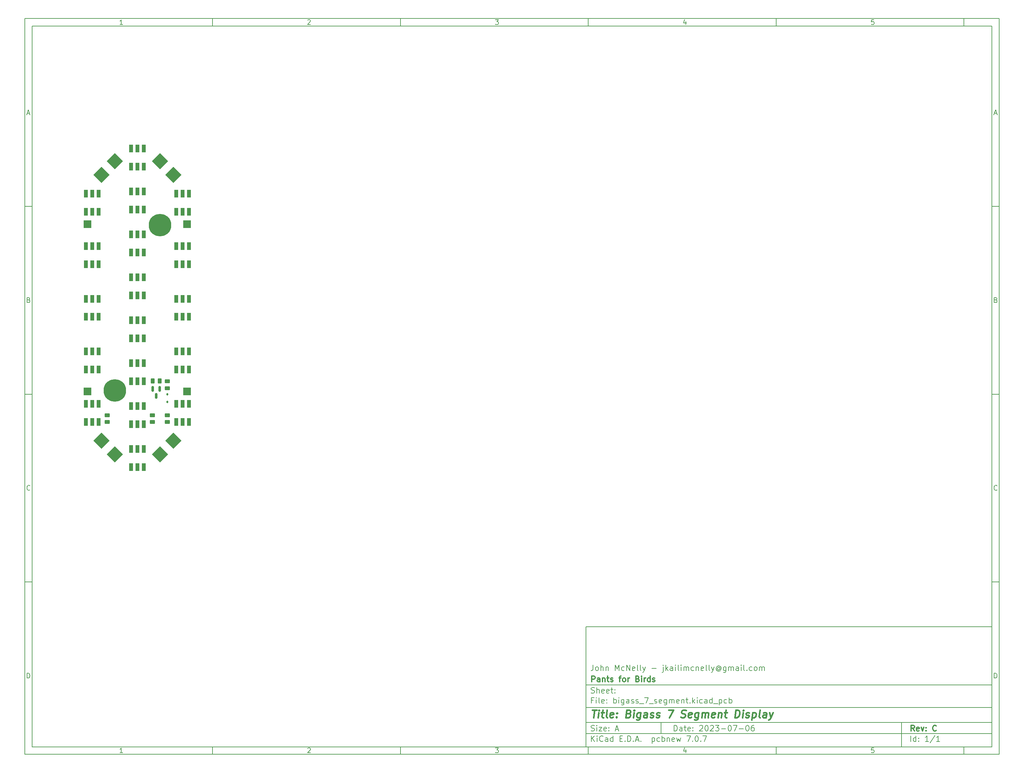
<source format=gbr>
G04 #@! TF.GenerationSoftware,KiCad,Pcbnew,7.0.7*
G04 #@! TF.CreationDate,2023-09-04T15:56:20-07:00*
G04 #@! TF.ProjectId,bigass_7_segment,62696761-7373-45f3-975f-7365676d656e,C*
G04 #@! TF.SameCoordinates,Original*
G04 #@! TF.FileFunction,Soldermask,Top*
G04 #@! TF.FilePolarity,Negative*
%FSLAX46Y46*%
G04 Gerber Fmt 4.6, Leading zero omitted, Abs format (unit mm)*
G04 Created by KiCad (PCBNEW 7.0.7) date 2023-09-04 15:56:20*
%MOMM*%
%LPD*%
G01*
G04 APERTURE LIST*
G04 Aperture macros list*
%AMRoundRect*
0 Rectangle with rounded corners*
0 $1 Rounding radius*
0 $2 $3 $4 $5 $6 $7 $8 $9 X,Y pos of 4 corners*
0 Add a 4 corners polygon primitive as box body*
4,1,4,$2,$3,$4,$5,$6,$7,$8,$9,$2,$3,0*
0 Add four circle primitives for the rounded corners*
1,1,$1+$1,$2,$3*
1,1,$1+$1,$4,$5*
1,1,$1+$1,$6,$7*
1,1,$1+$1,$8,$9*
0 Add four rect primitives between the rounded corners*
20,1,$1+$1,$2,$3,$4,$5,0*
20,1,$1+$1,$4,$5,$6,$7,0*
20,1,$1+$1,$6,$7,$8,$9,0*
20,1,$1+$1,$8,$9,$2,$3,0*%
%AMRotRect*
0 Rectangle, with rotation*
0 The origin of the aperture is its center*
0 $1 length*
0 $2 width*
0 $3 Rotation angle, in degrees counterclockwise*
0 Add horizontal line*
21,1,$1,$2,0,0,$3*%
G04 Aperture macros list end*
%ADD10C,0.100000*%
%ADD11C,0.150000*%
%ADD12C,0.300000*%
%ADD13C,0.400000*%
%ADD14RoundRect,0.112500X0.112500X-0.187500X0.112500X0.187500X-0.112500X0.187500X-0.112500X-0.187500X0*%
%ADD15C,6.000000*%
%ADD16RotRect,3.000000X3.000000X315.000000*%
%ADD17RotRect,3.000000X3.000000X45.000000*%
%ADD18RotRect,3.000000X3.000000X225.000000*%
%ADD19RotRect,3.000000X3.000000X135.000000*%
%ADD20RoundRect,0.250000X0.262500X0.450000X-0.262500X0.450000X-0.262500X-0.450000X0.262500X-0.450000X0*%
%ADD21R,1.100000X2.000000*%
%ADD22R,2.000000X2.000000*%
%ADD23RoundRect,0.250000X0.450000X-0.262500X0.450000X0.262500X-0.450000X0.262500X-0.450000X-0.262500X0*%
%ADD24RoundRect,0.150000X-0.150000X0.587500X-0.150000X-0.587500X0.150000X-0.587500X0.150000X0.587500X0*%
%ADD25RoundRect,0.250000X-0.450000X0.262500X-0.450000X-0.262500X0.450000X-0.262500X0.450000X0.262500X0*%
G04 APERTURE END LIST*
D10*
D11*
X159400000Y-171900000D02*
X267400000Y-171900000D01*
X267400000Y-203900000D01*
X159400000Y-203900000D01*
X159400000Y-171900000D01*
D10*
D11*
X10000000Y-10000000D02*
X269400000Y-10000000D01*
X269400000Y-205900000D01*
X10000000Y-205900000D01*
X10000000Y-10000000D01*
D10*
D11*
X12000000Y-12000000D02*
X267400000Y-12000000D01*
X267400000Y-203900000D01*
X12000000Y-203900000D01*
X12000000Y-12000000D01*
D10*
D11*
X60000000Y-12000000D02*
X60000000Y-10000000D01*
D10*
D11*
X110000000Y-12000000D02*
X110000000Y-10000000D01*
D10*
D11*
X160000000Y-12000000D02*
X160000000Y-10000000D01*
D10*
D11*
X210000000Y-12000000D02*
X210000000Y-10000000D01*
D10*
D11*
X260000000Y-12000000D02*
X260000000Y-10000000D01*
D10*
D11*
X36089160Y-11593604D02*
X35346303Y-11593604D01*
X35717731Y-11593604D02*
X35717731Y-10293604D01*
X35717731Y-10293604D02*
X35593922Y-10479319D01*
X35593922Y-10479319D02*
X35470112Y-10603128D01*
X35470112Y-10603128D02*
X35346303Y-10665033D01*
D10*
D11*
X85346303Y-10417414D02*
X85408207Y-10355509D01*
X85408207Y-10355509D02*
X85532017Y-10293604D01*
X85532017Y-10293604D02*
X85841541Y-10293604D01*
X85841541Y-10293604D02*
X85965350Y-10355509D01*
X85965350Y-10355509D02*
X86027255Y-10417414D01*
X86027255Y-10417414D02*
X86089160Y-10541223D01*
X86089160Y-10541223D02*
X86089160Y-10665033D01*
X86089160Y-10665033D02*
X86027255Y-10850747D01*
X86027255Y-10850747D02*
X85284398Y-11593604D01*
X85284398Y-11593604D02*
X86089160Y-11593604D01*
D10*
D11*
X135284398Y-10293604D02*
X136089160Y-10293604D01*
X136089160Y-10293604D02*
X135655826Y-10788842D01*
X135655826Y-10788842D02*
X135841541Y-10788842D01*
X135841541Y-10788842D02*
X135965350Y-10850747D01*
X135965350Y-10850747D02*
X136027255Y-10912652D01*
X136027255Y-10912652D02*
X136089160Y-11036461D01*
X136089160Y-11036461D02*
X136089160Y-11345985D01*
X136089160Y-11345985D02*
X136027255Y-11469795D01*
X136027255Y-11469795D02*
X135965350Y-11531700D01*
X135965350Y-11531700D02*
X135841541Y-11593604D01*
X135841541Y-11593604D02*
X135470112Y-11593604D01*
X135470112Y-11593604D02*
X135346303Y-11531700D01*
X135346303Y-11531700D02*
X135284398Y-11469795D01*
D10*
D11*
X185965350Y-10726938D02*
X185965350Y-11593604D01*
X185655826Y-10231700D02*
X185346303Y-11160271D01*
X185346303Y-11160271D02*
X186151064Y-11160271D01*
D10*
D11*
X236027255Y-10293604D02*
X235408207Y-10293604D01*
X235408207Y-10293604D02*
X235346303Y-10912652D01*
X235346303Y-10912652D02*
X235408207Y-10850747D01*
X235408207Y-10850747D02*
X235532017Y-10788842D01*
X235532017Y-10788842D02*
X235841541Y-10788842D01*
X235841541Y-10788842D02*
X235965350Y-10850747D01*
X235965350Y-10850747D02*
X236027255Y-10912652D01*
X236027255Y-10912652D02*
X236089160Y-11036461D01*
X236089160Y-11036461D02*
X236089160Y-11345985D01*
X236089160Y-11345985D02*
X236027255Y-11469795D01*
X236027255Y-11469795D02*
X235965350Y-11531700D01*
X235965350Y-11531700D02*
X235841541Y-11593604D01*
X235841541Y-11593604D02*
X235532017Y-11593604D01*
X235532017Y-11593604D02*
X235408207Y-11531700D01*
X235408207Y-11531700D02*
X235346303Y-11469795D01*
D10*
D11*
X60000000Y-203900000D02*
X60000000Y-205900000D01*
D10*
D11*
X110000000Y-203900000D02*
X110000000Y-205900000D01*
D10*
D11*
X160000000Y-203900000D02*
X160000000Y-205900000D01*
D10*
D11*
X210000000Y-203900000D02*
X210000000Y-205900000D01*
D10*
D11*
X260000000Y-203900000D02*
X260000000Y-205900000D01*
D10*
D11*
X36089160Y-205493604D02*
X35346303Y-205493604D01*
X35717731Y-205493604D02*
X35717731Y-204193604D01*
X35717731Y-204193604D02*
X35593922Y-204379319D01*
X35593922Y-204379319D02*
X35470112Y-204503128D01*
X35470112Y-204503128D02*
X35346303Y-204565033D01*
D10*
D11*
X85346303Y-204317414D02*
X85408207Y-204255509D01*
X85408207Y-204255509D02*
X85532017Y-204193604D01*
X85532017Y-204193604D02*
X85841541Y-204193604D01*
X85841541Y-204193604D02*
X85965350Y-204255509D01*
X85965350Y-204255509D02*
X86027255Y-204317414D01*
X86027255Y-204317414D02*
X86089160Y-204441223D01*
X86089160Y-204441223D02*
X86089160Y-204565033D01*
X86089160Y-204565033D02*
X86027255Y-204750747D01*
X86027255Y-204750747D02*
X85284398Y-205493604D01*
X85284398Y-205493604D02*
X86089160Y-205493604D01*
D10*
D11*
X135284398Y-204193604D02*
X136089160Y-204193604D01*
X136089160Y-204193604D02*
X135655826Y-204688842D01*
X135655826Y-204688842D02*
X135841541Y-204688842D01*
X135841541Y-204688842D02*
X135965350Y-204750747D01*
X135965350Y-204750747D02*
X136027255Y-204812652D01*
X136027255Y-204812652D02*
X136089160Y-204936461D01*
X136089160Y-204936461D02*
X136089160Y-205245985D01*
X136089160Y-205245985D02*
X136027255Y-205369795D01*
X136027255Y-205369795D02*
X135965350Y-205431700D01*
X135965350Y-205431700D02*
X135841541Y-205493604D01*
X135841541Y-205493604D02*
X135470112Y-205493604D01*
X135470112Y-205493604D02*
X135346303Y-205431700D01*
X135346303Y-205431700D02*
X135284398Y-205369795D01*
D10*
D11*
X185965350Y-204626938D02*
X185965350Y-205493604D01*
X185655826Y-204131700D02*
X185346303Y-205060271D01*
X185346303Y-205060271D02*
X186151064Y-205060271D01*
D10*
D11*
X236027255Y-204193604D02*
X235408207Y-204193604D01*
X235408207Y-204193604D02*
X235346303Y-204812652D01*
X235346303Y-204812652D02*
X235408207Y-204750747D01*
X235408207Y-204750747D02*
X235532017Y-204688842D01*
X235532017Y-204688842D02*
X235841541Y-204688842D01*
X235841541Y-204688842D02*
X235965350Y-204750747D01*
X235965350Y-204750747D02*
X236027255Y-204812652D01*
X236027255Y-204812652D02*
X236089160Y-204936461D01*
X236089160Y-204936461D02*
X236089160Y-205245985D01*
X236089160Y-205245985D02*
X236027255Y-205369795D01*
X236027255Y-205369795D02*
X235965350Y-205431700D01*
X235965350Y-205431700D02*
X235841541Y-205493604D01*
X235841541Y-205493604D02*
X235532017Y-205493604D01*
X235532017Y-205493604D02*
X235408207Y-205431700D01*
X235408207Y-205431700D02*
X235346303Y-205369795D01*
D10*
D11*
X10000000Y-60000000D02*
X12000000Y-60000000D01*
D10*
D11*
X10000000Y-110000000D02*
X12000000Y-110000000D01*
D10*
D11*
X10000000Y-160000000D02*
X12000000Y-160000000D01*
D10*
D11*
X10690476Y-35222176D02*
X11309523Y-35222176D01*
X10566666Y-35593604D02*
X10999999Y-34293604D01*
X10999999Y-34293604D02*
X11433333Y-35593604D01*
D10*
D11*
X11092857Y-84912652D02*
X11278571Y-84974557D01*
X11278571Y-84974557D02*
X11340476Y-85036461D01*
X11340476Y-85036461D02*
X11402380Y-85160271D01*
X11402380Y-85160271D02*
X11402380Y-85345985D01*
X11402380Y-85345985D02*
X11340476Y-85469795D01*
X11340476Y-85469795D02*
X11278571Y-85531700D01*
X11278571Y-85531700D02*
X11154761Y-85593604D01*
X11154761Y-85593604D02*
X10659523Y-85593604D01*
X10659523Y-85593604D02*
X10659523Y-84293604D01*
X10659523Y-84293604D02*
X11092857Y-84293604D01*
X11092857Y-84293604D02*
X11216666Y-84355509D01*
X11216666Y-84355509D02*
X11278571Y-84417414D01*
X11278571Y-84417414D02*
X11340476Y-84541223D01*
X11340476Y-84541223D02*
X11340476Y-84665033D01*
X11340476Y-84665033D02*
X11278571Y-84788842D01*
X11278571Y-84788842D02*
X11216666Y-84850747D01*
X11216666Y-84850747D02*
X11092857Y-84912652D01*
X11092857Y-84912652D02*
X10659523Y-84912652D01*
D10*
D11*
X11402380Y-135469795D02*
X11340476Y-135531700D01*
X11340476Y-135531700D02*
X11154761Y-135593604D01*
X11154761Y-135593604D02*
X11030952Y-135593604D01*
X11030952Y-135593604D02*
X10845238Y-135531700D01*
X10845238Y-135531700D02*
X10721428Y-135407890D01*
X10721428Y-135407890D02*
X10659523Y-135284080D01*
X10659523Y-135284080D02*
X10597619Y-135036461D01*
X10597619Y-135036461D02*
X10597619Y-134850747D01*
X10597619Y-134850747D02*
X10659523Y-134603128D01*
X10659523Y-134603128D02*
X10721428Y-134479319D01*
X10721428Y-134479319D02*
X10845238Y-134355509D01*
X10845238Y-134355509D02*
X11030952Y-134293604D01*
X11030952Y-134293604D02*
X11154761Y-134293604D01*
X11154761Y-134293604D02*
X11340476Y-134355509D01*
X11340476Y-134355509D02*
X11402380Y-134417414D01*
D10*
D11*
X10659523Y-185593604D02*
X10659523Y-184293604D01*
X10659523Y-184293604D02*
X10969047Y-184293604D01*
X10969047Y-184293604D02*
X11154761Y-184355509D01*
X11154761Y-184355509D02*
X11278571Y-184479319D01*
X11278571Y-184479319D02*
X11340476Y-184603128D01*
X11340476Y-184603128D02*
X11402380Y-184850747D01*
X11402380Y-184850747D02*
X11402380Y-185036461D01*
X11402380Y-185036461D02*
X11340476Y-185284080D01*
X11340476Y-185284080D02*
X11278571Y-185407890D01*
X11278571Y-185407890D02*
X11154761Y-185531700D01*
X11154761Y-185531700D02*
X10969047Y-185593604D01*
X10969047Y-185593604D02*
X10659523Y-185593604D01*
D10*
D11*
X269400000Y-60000000D02*
X267400000Y-60000000D01*
D10*
D11*
X269400000Y-110000000D02*
X267400000Y-110000000D01*
D10*
D11*
X269400000Y-160000000D02*
X267400000Y-160000000D01*
D10*
D11*
X268090476Y-35222176D02*
X268709523Y-35222176D01*
X267966666Y-35593604D02*
X268399999Y-34293604D01*
X268399999Y-34293604D02*
X268833333Y-35593604D01*
D10*
D11*
X268492857Y-84912652D02*
X268678571Y-84974557D01*
X268678571Y-84974557D02*
X268740476Y-85036461D01*
X268740476Y-85036461D02*
X268802380Y-85160271D01*
X268802380Y-85160271D02*
X268802380Y-85345985D01*
X268802380Y-85345985D02*
X268740476Y-85469795D01*
X268740476Y-85469795D02*
X268678571Y-85531700D01*
X268678571Y-85531700D02*
X268554761Y-85593604D01*
X268554761Y-85593604D02*
X268059523Y-85593604D01*
X268059523Y-85593604D02*
X268059523Y-84293604D01*
X268059523Y-84293604D02*
X268492857Y-84293604D01*
X268492857Y-84293604D02*
X268616666Y-84355509D01*
X268616666Y-84355509D02*
X268678571Y-84417414D01*
X268678571Y-84417414D02*
X268740476Y-84541223D01*
X268740476Y-84541223D02*
X268740476Y-84665033D01*
X268740476Y-84665033D02*
X268678571Y-84788842D01*
X268678571Y-84788842D02*
X268616666Y-84850747D01*
X268616666Y-84850747D02*
X268492857Y-84912652D01*
X268492857Y-84912652D02*
X268059523Y-84912652D01*
D10*
D11*
X268802380Y-135469795D02*
X268740476Y-135531700D01*
X268740476Y-135531700D02*
X268554761Y-135593604D01*
X268554761Y-135593604D02*
X268430952Y-135593604D01*
X268430952Y-135593604D02*
X268245238Y-135531700D01*
X268245238Y-135531700D02*
X268121428Y-135407890D01*
X268121428Y-135407890D02*
X268059523Y-135284080D01*
X268059523Y-135284080D02*
X267997619Y-135036461D01*
X267997619Y-135036461D02*
X267997619Y-134850747D01*
X267997619Y-134850747D02*
X268059523Y-134603128D01*
X268059523Y-134603128D02*
X268121428Y-134479319D01*
X268121428Y-134479319D02*
X268245238Y-134355509D01*
X268245238Y-134355509D02*
X268430952Y-134293604D01*
X268430952Y-134293604D02*
X268554761Y-134293604D01*
X268554761Y-134293604D02*
X268740476Y-134355509D01*
X268740476Y-134355509D02*
X268802380Y-134417414D01*
D10*
D11*
X268059523Y-185593604D02*
X268059523Y-184293604D01*
X268059523Y-184293604D02*
X268369047Y-184293604D01*
X268369047Y-184293604D02*
X268554761Y-184355509D01*
X268554761Y-184355509D02*
X268678571Y-184479319D01*
X268678571Y-184479319D02*
X268740476Y-184603128D01*
X268740476Y-184603128D02*
X268802380Y-184850747D01*
X268802380Y-184850747D02*
X268802380Y-185036461D01*
X268802380Y-185036461D02*
X268740476Y-185284080D01*
X268740476Y-185284080D02*
X268678571Y-185407890D01*
X268678571Y-185407890D02*
X268554761Y-185531700D01*
X268554761Y-185531700D02*
X268369047Y-185593604D01*
X268369047Y-185593604D02*
X268059523Y-185593604D01*
D10*
D11*
X182855826Y-199686128D02*
X182855826Y-198186128D01*
X182855826Y-198186128D02*
X183212969Y-198186128D01*
X183212969Y-198186128D02*
X183427255Y-198257557D01*
X183427255Y-198257557D02*
X183570112Y-198400414D01*
X183570112Y-198400414D02*
X183641541Y-198543271D01*
X183641541Y-198543271D02*
X183712969Y-198828985D01*
X183712969Y-198828985D02*
X183712969Y-199043271D01*
X183712969Y-199043271D02*
X183641541Y-199328985D01*
X183641541Y-199328985D02*
X183570112Y-199471842D01*
X183570112Y-199471842D02*
X183427255Y-199614700D01*
X183427255Y-199614700D02*
X183212969Y-199686128D01*
X183212969Y-199686128D02*
X182855826Y-199686128D01*
X184998684Y-199686128D02*
X184998684Y-198900414D01*
X184998684Y-198900414D02*
X184927255Y-198757557D01*
X184927255Y-198757557D02*
X184784398Y-198686128D01*
X184784398Y-198686128D02*
X184498684Y-198686128D01*
X184498684Y-198686128D02*
X184355826Y-198757557D01*
X184998684Y-199614700D02*
X184855826Y-199686128D01*
X184855826Y-199686128D02*
X184498684Y-199686128D01*
X184498684Y-199686128D02*
X184355826Y-199614700D01*
X184355826Y-199614700D02*
X184284398Y-199471842D01*
X184284398Y-199471842D02*
X184284398Y-199328985D01*
X184284398Y-199328985D02*
X184355826Y-199186128D01*
X184355826Y-199186128D02*
X184498684Y-199114700D01*
X184498684Y-199114700D02*
X184855826Y-199114700D01*
X184855826Y-199114700D02*
X184998684Y-199043271D01*
X185498684Y-198686128D02*
X186070112Y-198686128D01*
X185712969Y-198186128D02*
X185712969Y-199471842D01*
X185712969Y-199471842D02*
X185784398Y-199614700D01*
X185784398Y-199614700D02*
X185927255Y-199686128D01*
X185927255Y-199686128D02*
X186070112Y-199686128D01*
X187141541Y-199614700D02*
X186998684Y-199686128D01*
X186998684Y-199686128D02*
X186712970Y-199686128D01*
X186712970Y-199686128D02*
X186570112Y-199614700D01*
X186570112Y-199614700D02*
X186498684Y-199471842D01*
X186498684Y-199471842D02*
X186498684Y-198900414D01*
X186498684Y-198900414D02*
X186570112Y-198757557D01*
X186570112Y-198757557D02*
X186712970Y-198686128D01*
X186712970Y-198686128D02*
X186998684Y-198686128D01*
X186998684Y-198686128D02*
X187141541Y-198757557D01*
X187141541Y-198757557D02*
X187212970Y-198900414D01*
X187212970Y-198900414D02*
X187212970Y-199043271D01*
X187212970Y-199043271D02*
X186498684Y-199186128D01*
X187855826Y-199543271D02*
X187927255Y-199614700D01*
X187927255Y-199614700D02*
X187855826Y-199686128D01*
X187855826Y-199686128D02*
X187784398Y-199614700D01*
X187784398Y-199614700D02*
X187855826Y-199543271D01*
X187855826Y-199543271D02*
X187855826Y-199686128D01*
X187855826Y-198757557D02*
X187927255Y-198828985D01*
X187927255Y-198828985D02*
X187855826Y-198900414D01*
X187855826Y-198900414D02*
X187784398Y-198828985D01*
X187784398Y-198828985D02*
X187855826Y-198757557D01*
X187855826Y-198757557D02*
X187855826Y-198900414D01*
X189641541Y-198328985D02*
X189712969Y-198257557D01*
X189712969Y-198257557D02*
X189855827Y-198186128D01*
X189855827Y-198186128D02*
X190212969Y-198186128D01*
X190212969Y-198186128D02*
X190355827Y-198257557D01*
X190355827Y-198257557D02*
X190427255Y-198328985D01*
X190427255Y-198328985D02*
X190498684Y-198471842D01*
X190498684Y-198471842D02*
X190498684Y-198614700D01*
X190498684Y-198614700D02*
X190427255Y-198828985D01*
X190427255Y-198828985D02*
X189570112Y-199686128D01*
X189570112Y-199686128D02*
X190498684Y-199686128D01*
X191427255Y-198186128D02*
X191570112Y-198186128D01*
X191570112Y-198186128D02*
X191712969Y-198257557D01*
X191712969Y-198257557D02*
X191784398Y-198328985D01*
X191784398Y-198328985D02*
X191855826Y-198471842D01*
X191855826Y-198471842D02*
X191927255Y-198757557D01*
X191927255Y-198757557D02*
X191927255Y-199114700D01*
X191927255Y-199114700D02*
X191855826Y-199400414D01*
X191855826Y-199400414D02*
X191784398Y-199543271D01*
X191784398Y-199543271D02*
X191712969Y-199614700D01*
X191712969Y-199614700D02*
X191570112Y-199686128D01*
X191570112Y-199686128D02*
X191427255Y-199686128D01*
X191427255Y-199686128D02*
X191284398Y-199614700D01*
X191284398Y-199614700D02*
X191212969Y-199543271D01*
X191212969Y-199543271D02*
X191141540Y-199400414D01*
X191141540Y-199400414D02*
X191070112Y-199114700D01*
X191070112Y-199114700D02*
X191070112Y-198757557D01*
X191070112Y-198757557D02*
X191141540Y-198471842D01*
X191141540Y-198471842D02*
X191212969Y-198328985D01*
X191212969Y-198328985D02*
X191284398Y-198257557D01*
X191284398Y-198257557D02*
X191427255Y-198186128D01*
X192498683Y-198328985D02*
X192570111Y-198257557D01*
X192570111Y-198257557D02*
X192712969Y-198186128D01*
X192712969Y-198186128D02*
X193070111Y-198186128D01*
X193070111Y-198186128D02*
X193212969Y-198257557D01*
X193212969Y-198257557D02*
X193284397Y-198328985D01*
X193284397Y-198328985D02*
X193355826Y-198471842D01*
X193355826Y-198471842D02*
X193355826Y-198614700D01*
X193355826Y-198614700D02*
X193284397Y-198828985D01*
X193284397Y-198828985D02*
X192427254Y-199686128D01*
X192427254Y-199686128D02*
X193355826Y-199686128D01*
X193855825Y-198186128D02*
X194784397Y-198186128D01*
X194784397Y-198186128D02*
X194284397Y-198757557D01*
X194284397Y-198757557D02*
X194498682Y-198757557D01*
X194498682Y-198757557D02*
X194641540Y-198828985D01*
X194641540Y-198828985D02*
X194712968Y-198900414D01*
X194712968Y-198900414D02*
X194784397Y-199043271D01*
X194784397Y-199043271D02*
X194784397Y-199400414D01*
X194784397Y-199400414D02*
X194712968Y-199543271D01*
X194712968Y-199543271D02*
X194641540Y-199614700D01*
X194641540Y-199614700D02*
X194498682Y-199686128D01*
X194498682Y-199686128D02*
X194070111Y-199686128D01*
X194070111Y-199686128D02*
X193927254Y-199614700D01*
X193927254Y-199614700D02*
X193855825Y-199543271D01*
X195427253Y-199114700D02*
X196570111Y-199114700D01*
X197570111Y-198186128D02*
X197712968Y-198186128D01*
X197712968Y-198186128D02*
X197855825Y-198257557D01*
X197855825Y-198257557D02*
X197927254Y-198328985D01*
X197927254Y-198328985D02*
X197998682Y-198471842D01*
X197998682Y-198471842D02*
X198070111Y-198757557D01*
X198070111Y-198757557D02*
X198070111Y-199114700D01*
X198070111Y-199114700D02*
X197998682Y-199400414D01*
X197998682Y-199400414D02*
X197927254Y-199543271D01*
X197927254Y-199543271D02*
X197855825Y-199614700D01*
X197855825Y-199614700D02*
X197712968Y-199686128D01*
X197712968Y-199686128D02*
X197570111Y-199686128D01*
X197570111Y-199686128D02*
X197427254Y-199614700D01*
X197427254Y-199614700D02*
X197355825Y-199543271D01*
X197355825Y-199543271D02*
X197284396Y-199400414D01*
X197284396Y-199400414D02*
X197212968Y-199114700D01*
X197212968Y-199114700D02*
X197212968Y-198757557D01*
X197212968Y-198757557D02*
X197284396Y-198471842D01*
X197284396Y-198471842D02*
X197355825Y-198328985D01*
X197355825Y-198328985D02*
X197427254Y-198257557D01*
X197427254Y-198257557D02*
X197570111Y-198186128D01*
X198570110Y-198186128D02*
X199570110Y-198186128D01*
X199570110Y-198186128D02*
X198927253Y-199686128D01*
X200141538Y-199114700D02*
X201284396Y-199114700D01*
X202284396Y-198186128D02*
X202427253Y-198186128D01*
X202427253Y-198186128D02*
X202570110Y-198257557D01*
X202570110Y-198257557D02*
X202641539Y-198328985D01*
X202641539Y-198328985D02*
X202712967Y-198471842D01*
X202712967Y-198471842D02*
X202784396Y-198757557D01*
X202784396Y-198757557D02*
X202784396Y-199114700D01*
X202784396Y-199114700D02*
X202712967Y-199400414D01*
X202712967Y-199400414D02*
X202641539Y-199543271D01*
X202641539Y-199543271D02*
X202570110Y-199614700D01*
X202570110Y-199614700D02*
X202427253Y-199686128D01*
X202427253Y-199686128D02*
X202284396Y-199686128D01*
X202284396Y-199686128D02*
X202141539Y-199614700D01*
X202141539Y-199614700D02*
X202070110Y-199543271D01*
X202070110Y-199543271D02*
X201998681Y-199400414D01*
X201998681Y-199400414D02*
X201927253Y-199114700D01*
X201927253Y-199114700D02*
X201927253Y-198757557D01*
X201927253Y-198757557D02*
X201998681Y-198471842D01*
X201998681Y-198471842D02*
X202070110Y-198328985D01*
X202070110Y-198328985D02*
X202141539Y-198257557D01*
X202141539Y-198257557D02*
X202284396Y-198186128D01*
X204070110Y-198186128D02*
X203784395Y-198186128D01*
X203784395Y-198186128D02*
X203641538Y-198257557D01*
X203641538Y-198257557D02*
X203570110Y-198328985D01*
X203570110Y-198328985D02*
X203427252Y-198543271D01*
X203427252Y-198543271D02*
X203355824Y-198828985D01*
X203355824Y-198828985D02*
X203355824Y-199400414D01*
X203355824Y-199400414D02*
X203427252Y-199543271D01*
X203427252Y-199543271D02*
X203498681Y-199614700D01*
X203498681Y-199614700D02*
X203641538Y-199686128D01*
X203641538Y-199686128D02*
X203927252Y-199686128D01*
X203927252Y-199686128D02*
X204070110Y-199614700D01*
X204070110Y-199614700D02*
X204141538Y-199543271D01*
X204141538Y-199543271D02*
X204212967Y-199400414D01*
X204212967Y-199400414D02*
X204212967Y-199043271D01*
X204212967Y-199043271D02*
X204141538Y-198900414D01*
X204141538Y-198900414D02*
X204070110Y-198828985D01*
X204070110Y-198828985D02*
X203927252Y-198757557D01*
X203927252Y-198757557D02*
X203641538Y-198757557D01*
X203641538Y-198757557D02*
X203498681Y-198828985D01*
X203498681Y-198828985D02*
X203427252Y-198900414D01*
X203427252Y-198900414D02*
X203355824Y-199043271D01*
D10*
D11*
X159400000Y-200400000D02*
X267400000Y-200400000D01*
D10*
D11*
X160855826Y-202486128D02*
X160855826Y-200986128D01*
X161712969Y-202486128D02*
X161070112Y-201628985D01*
X161712969Y-200986128D02*
X160855826Y-201843271D01*
X162355826Y-202486128D02*
X162355826Y-201486128D01*
X162355826Y-200986128D02*
X162284398Y-201057557D01*
X162284398Y-201057557D02*
X162355826Y-201128985D01*
X162355826Y-201128985D02*
X162427255Y-201057557D01*
X162427255Y-201057557D02*
X162355826Y-200986128D01*
X162355826Y-200986128D02*
X162355826Y-201128985D01*
X163927255Y-202343271D02*
X163855827Y-202414700D01*
X163855827Y-202414700D02*
X163641541Y-202486128D01*
X163641541Y-202486128D02*
X163498684Y-202486128D01*
X163498684Y-202486128D02*
X163284398Y-202414700D01*
X163284398Y-202414700D02*
X163141541Y-202271842D01*
X163141541Y-202271842D02*
X163070112Y-202128985D01*
X163070112Y-202128985D02*
X162998684Y-201843271D01*
X162998684Y-201843271D02*
X162998684Y-201628985D01*
X162998684Y-201628985D02*
X163070112Y-201343271D01*
X163070112Y-201343271D02*
X163141541Y-201200414D01*
X163141541Y-201200414D02*
X163284398Y-201057557D01*
X163284398Y-201057557D02*
X163498684Y-200986128D01*
X163498684Y-200986128D02*
X163641541Y-200986128D01*
X163641541Y-200986128D02*
X163855827Y-201057557D01*
X163855827Y-201057557D02*
X163927255Y-201128985D01*
X165212970Y-202486128D02*
X165212970Y-201700414D01*
X165212970Y-201700414D02*
X165141541Y-201557557D01*
X165141541Y-201557557D02*
X164998684Y-201486128D01*
X164998684Y-201486128D02*
X164712970Y-201486128D01*
X164712970Y-201486128D02*
X164570112Y-201557557D01*
X165212970Y-202414700D02*
X165070112Y-202486128D01*
X165070112Y-202486128D02*
X164712970Y-202486128D01*
X164712970Y-202486128D02*
X164570112Y-202414700D01*
X164570112Y-202414700D02*
X164498684Y-202271842D01*
X164498684Y-202271842D02*
X164498684Y-202128985D01*
X164498684Y-202128985D02*
X164570112Y-201986128D01*
X164570112Y-201986128D02*
X164712970Y-201914700D01*
X164712970Y-201914700D02*
X165070112Y-201914700D01*
X165070112Y-201914700D02*
X165212970Y-201843271D01*
X166570113Y-202486128D02*
X166570113Y-200986128D01*
X166570113Y-202414700D02*
X166427255Y-202486128D01*
X166427255Y-202486128D02*
X166141541Y-202486128D01*
X166141541Y-202486128D02*
X165998684Y-202414700D01*
X165998684Y-202414700D02*
X165927255Y-202343271D01*
X165927255Y-202343271D02*
X165855827Y-202200414D01*
X165855827Y-202200414D02*
X165855827Y-201771842D01*
X165855827Y-201771842D02*
X165927255Y-201628985D01*
X165927255Y-201628985D02*
X165998684Y-201557557D01*
X165998684Y-201557557D02*
X166141541Y-201486128D01*
X166141541Y-201486128D02*
X166427255Y-201486128D01*
X166427255Y-201486128D02*
X166570113Y-201557557D01*
X168427255Y-201700414D02*
X168927255Y-201700414D01*
X169141541Y-202486128D02*
X168427255Y-202486128D01*
X168427255Y-202486128D02*
X168427255Y-200986128D01*
X168427255Y-200986128D02*
X169141541Y-200986128D01*
X169784398Y-202343271D02*
X169855827Y-202414700D01*
X169855827Y-202414700D02*
X169784398Y-202486128D01*
X169784398Y-202486128D02*
X169712970Y-202414700D01*
X169712970Y-202414700D02*
X169784398Y-202343271D01*
X169784398Y-202343271D02*
X169784398Y-202486128D01*
X170498684Y-202486128D02*
X170498684Y-200986128D01*
X170498684Y-200986128D02*
X170855827Y-200986128D01*
X170855827Y-200986128D02*
X171070113Y-201057557D01*
X171070113Y-201057557D02*
X171212970Y-201200414D01*
X171212970Y-201200414D02*
X171284399Y-201343271D01*
X171284399Y-201343271D02*
X171355827Y-201628985D01*
X171355827Y-201628985D02*
X171355827Y-201843271D01*
X171355827Y-201843271D02*
X171284399Y-202128985D01*
X171284399Y-202128985D02*
X171212970Y-202271842D01*
X171212970Y-202271842D02*
X171070113Y-202414700D01*
X171070113Y-202414700D02*
X170855827Y-202486128D01*
X170855827Y-202486128D02*
X170498684Y-202486128D01*
X171998684Y-202343271D02*
X172070113Y-202414700D01*
X172070113Y-202414700D02*
X171998684Y-202486128D01*
X171998684Y-202486128D02*
X171927256Y-202414700D01*
X171927256Y-202414700D02*
X171998684Y-202343271D01*
X171998684Y-202343271D02*
X171998684Y-202486128D01*
X172641542Y-202057557D02*
X173355828Y-202057557D01*
X172498685Y-202486128D02*
X172998685Y-200986128D01*
X172998685Y-200986128D02*
X173498685Y-202486128D01*
X173998684Y-202343271D02*
X174070113Y-202414700D01*
X174070113Y-202414700D02*
X173998684Y-202486128D01*
X173998684Y-202486128D02*
X173927256Y-202414700D01*
X173927256Y-202414700D02*
X173998684Y-202343271D01*
X173998684Y-202343271D02*
X173998684Y-202486128D01*
X176998684Y-201486128D02*
X176998684Y-202986128D01*
X176998684Y-201557557D02*
X177141542Y-201486128D01*
X177141542Y-201486128D02*
X177427256Y-201486128D01*
X177427256Y-201486128D02*
X177570113Y-201557557D01*
X177570113Y-201557557D02*
X177641542Y-201628985D01*
X177641542Y-201628985D02*
X177712970Y-201771842D01*
X177712970Y-201771842D02*
X177712970Y-202200414D01*
X177712970Y-202200414D02*
X177641542Y-202343271D01*
X177641542Y-202343271D02*
X177570113Y-202414700D01*
X177570113Y-202414700D02*
X177427256Y-202486128D01*
X177427256Y-202486128D02*
X177141542Y-202486128D01*
X177141542Y-202486128D02*
X176998684Y-202414700D01*
X178998685Y-202414700D02*
X178855827Y-202486128D01*
X178855827Y-202486128D02*
X178570113Y-202486128D01*
X178570113Y-202486128D02*
X178427256Y-202414700D01*
X178427256Y-202414700D02*
X178355827Y-202343271D01*
X178355827Y-202343271D02*
X178284399Y-202200414D01*
X178284399Y-202200414D02*
X178284399Y-201771842D01*
X178284399Y-201771842D02*
X178355827Y-201628985D01*
X178355827Y-201628985D02*
X178427256Y-201557557D01*
X178427256Y-201557557D02*
X178570113Y-201486128D01*
X178570113Y-201486128D02*
X178855827Y-201486128D01*
X178855827Y-201486128D02*
X178998685Y-201557557D01*
X179641541Y-202486128D02*
X179641541Y-200986128D01*
X179641541Y-201557557D02*
X179784399Y-201486128D01*
X179784399Y-201486128D02*
X180070113Y-201486128D01*
X180070113Y-201486128D02*
X180212970Y-201557557D01*
X180212970Y-201557557D02*
X180284399Y-201628985D01*
X180284399Y-201628985D02*
X180355827Y-201771842D01*
X180355827Y-201771842D02*
X180355827Y-202200414D01*
X180355827Y-202200414D02*
X180284399Y-202343271D01*
X180284399Y-202343271D02*
X180212970Y-202414700D01*
X180212970Y-202414700D02*
X180070113Y-202486128D01*
X180070113Y-202486128D02*
X179784399Y-202486128D01*
X179784399Y-202486128D02*
X179641541Y-202414700D01*
X180998684Y-201486128D02*
X180998684Y-202486128D01*
X180998684Y-201628985D02*
X181070113Y-201557557D01*
X181070113Y-201557557D02*
X181212970Y-201486128D01*
X181212970Y-201486128D02*
X181427256Y-201486128D01*
X181427256Y-201486128D02*
X181570113Y-201557557D01*
X181570113Y-201557557D02*
X181641542Y-201700414D01*
X181641542Y-201700414D02*
X181641542Y-202486128D01*
X182927256Y-202414700D02*
X182784399Y-202486128D01*
X182784399Y-202486128D02*
X182498685Y-202486128D01*
X182498685Y-202486128D02*
X182355827Y-202414700D01*
X182355827Y-202414700D02*
X182284399Y-202271842D01*
X182284399Y-202271842D02*
X182284399Y-201700414D01*
X182284399Y-201700414D02*
X182355827Y-201557557D01*
X182355827Y-201557557D02*
X182498685Y-201486128D01*
X182498685Y-201486128D02*
X182784399Y-201486128D01*
X182784399Y-201486128D02*
X182927256Y-201557557D01*
X182927256Y-201557557D02*
X182998685Y-201700414D01*
X182998685Y-201700414D02*
X182998685Y-201843271D01*
X182998685Y-201843271D02*
X182284399Y-201986128D01*
X183498684Y-201486128D02*
X183784399Y-202486128D01*
X183784399Y-202486128D02*
X184070113Y-201771842D01*
X184070113Y-201771842D02*
X184355827Y-202486128D01*
X184355827Y-202486128D02*
X184641541Y-201486128D01*
X186212970Y-200986128D02*
X187212970Y-200986128D01*
X187212970Y-200986128D02*
X186570113Y-202486128D01*
X187784398Y-202343271D02*
X187855827Y-202414700D01*
X187855827Y-202414700D02*
X187784398Y-202486128D01*
X187784398Y-202486128D02*
X187712970Y-202414700D01*
X187712970Y-202414700D02*
X187784398Y-202343271D01*
X187784398Y-202343271D02*
X187784398Y-202486128D01*
X188784399Y-200986128D02*
X188927256Y-200986128D01*
X188927256Y-200986128D02*
X189070113Y-201057557D01*
X189070113Y-201057557D02*
X189141542Y-201128985D01*
X189141542Y-201128985D02*
X189212970Y-201271842D01*
X189212970Y-201271842D02*
X189284399Y-201557557D01*
X189284399Y-201557557D02*
X189284399Y-201914700D01*
X189284399Y-201914700D02*
X189212970Y-202200414D01*
X189212970Y-202200414D02*
X189141542Y-202343271D01*
X189141542Y-202343271D02*
X189070113Y-202414700D01*
X189070113Y-202414700D02*
X188927256Y-202486128D01*
X188927256Y-202486128D02*
X188784399Y-202486128D01*
X188784399Y-202486128D02*
X188641542Y-202414700D01*
X188641542Y-202414700D02*
X188570113Y-202343271D01*
X188570113Y-202343271D02*
X188498684Y-202200414D01*
X188498684Y-202200414D02*
X188427256Y-201914700D01*
X188427256Y-201914700D02*
X188427256Y-201557557D01*
X188427256Y-201557557D02*
X188498684Y-201271842D01*
X188498684Y-201271842D02*
X188570113Y-201128985D01*
X188570113Y-201128985D02*
X188641542Y-201057557D01*
X188641542Y-201057557D02*
X188784399Y-200986128D01*
X189927255Y-202343271D02*
X189998684Y-202414700D01*
X189998684Y-202414700D02*
X189927255Y-202486128D01*
X189927255Y-202486128D02*
X189855827Y-202414700D01*
X189855827Y-202414700D02*
X189927255Y-202343271D01*
X189927255Y-202343271D02*
X189927255Y-202486128D01*
X190498684Y-200986128D02*
X191498684Y-200986128D01*
X191498684Y-200986128D02*
X190855827Y-202486128D01*
D10*
D11*
X159400000Y-197400000D02*
X267400000Y-197400000D01*
D10*
D12*
X246811653Y-199678328D02*
X246311653Y-198964042D01*
X245954510Y-199678328D02*
X245954510Y-198178328D01*
X245954510Y-198178328D02*
X246525939Y-198178328D01*
X246525939Y-198178328D02*
X246668796Y-198249757D01*
X246668796Y-198249757D02*
X246740225Y-198321185D01*
X246740225Y-198321185D02*
X246811653Y-198464042D01*
X246811653Y-198464042D02*
X246811653Y-198678328D01*
X246811653Y-198678328D02*
X246740225Y-198821185D01*
X246740225Y-198821185D02*
X246668796Y-198892614D01*
X246668796Y-198892614D02*
X246525939Y-198964042D01*
X246525939Y-198964042D02*
X245954510Y-198964042D01*
X248025939Y-199606900D02*
X247883082Y-199678328D01*
X247883082Y-199678328D02*
X247597368Y-199678328D01*
X247597368Y-199678328D02*
X247454510Y-199606900D01*
X247454510Y-199606900D02*
X247383082Y-199464042D01*
X247383082Y-199464042D02*
X247383082Y-198892614D01*
X247383082Y-198892614D02*
X247454510Y-198749757D01*
X247454510Y-198749757D02*
X247597368Y-198678328D01*
X247597368Y-198678328D02*
X247883082Y-198678328D01*
X247883082Y-198678328D02*
X248025939Y-198749757D01*
X248025939Y-198749757D02*
X248097368Y-198892614D01*
X248097368Y-198892614D02*
X248097368Y-199035471D01*
X248097368Y-199035471D02*
X247383082Y-199178328D01*
X248597367Y-198678328D02*
X248954510Y-199678328D01*
X248954510Y-199678328D02*
X249311653Y-198678328D01*
X249883081Y-199535471D02*
X249954510Y-199606900D01*
X249954510Y-199606900D02*
X249883081Y-199678328D01*
X249883081Y-199678328D02*
X249811653Y-199606900D01*
X249811653Y-199606900D02*
X249883081Y-199535471D01*
X249883081Y-199535471D02*
X249883081Y-199678328D01*
X249883081Y-198749757D02*
X249954510Y-198821185D01*
X249954510Y-198821185D02*
X249883081Y-198892614D01*
X249883081Y-198892614D02*
X249811653Y-198821185D01*
X249811653Y-198821185D02*
X249883081Y-198749757D01*
X249883081Y-198749757D02*
X249883081Y-198892614D01*
X252597367Y-199535471D02*
X252525939Y-199606900D01*
X252525939Y-199606900D02*
X252311653Y-199678328D01*
X252311653Y-199678328D02*
X252168796Y-199678328D01*
X252168796Y-199678328D02*
X251954510Y-199606900D01*
X251954510Y-199606900D02*
X251811653Y-199464042D01*
X251811653Y-199464042D02*
X251740224Y-199321185D01*
X251740224Y-199321185D02*
X251668796Y-199035471D01*
X251668796Y-199035471D02*
X251668796Y-198821185D01*
X251668796Y-198821185D02*
X251740224Y-198535471D01*
X251740224Y-198535471D02*
X251811653Y-198392614D01*
X251811653Y-198392614D02*
X251954510Y-198249757D01*
X251954510Y-198249757D02*
X252168796Y-198178328D01*
X252168796Y-198178328D02*
X252311653Y-198178328D01*
X252311653Y-198178328D02*
X252525939Y-198249757D01*
X252525939Y-198249757D02*
X252597367Y-198321185D01*
D10*
D11*
X160784398Y-199614700D02*
X160998684Y-199686128D01*
X160998684Y-199686128D02*
X161355826Y-199686128D01*
X161355826Y-199686128D02*
X161498684Y-199614700D01*
X161498684Y-199614700D02*
X161570112Y-199543271D01*
X161570112Y-199543271D02*
X161641541Y-199400414D01*
X161641541Y-199400414D02*
X161641541Y-199257557D01*
X161641541Y-199257557D02*
X161570112Y-199114700D01*
X161570112Y-199114700D02*
X161498684Y-199043271D01*
X161498684Y-199043271D02*
X161355826Y-198971842D01*
X161355826Y-198971842D02*
X161070112Y-198900414D01*
X161070112Y-198900414D02*
X160927255Y-198828985D01*
X160927255Y-198828985D02*
X160855826Y-198757557D01*
X160855826Y-198757557D02*
X160784398Y-198614700D01*
X160784398Y-198614700D02*
X160784398Y-198471842D01*
X160784398Y-198471842D02*
X160855826Y-198328985D01*
X160855826Y-198328985D02*
X160927255Y-198257557D01*
X160927255Y-198257557D02*
X161070112Y-198186128D01*
X161070112Y-198186128D02*
X161427255Y-198186128D01*
X161427255Y-198186128D02*
X161641541Y-198257557D01*
X162284397Y-199686128D02*
X162284397Y-198686128D01*
X162284397Y-198186128D02*
X162212969Y-198257557D01*
X162212969Y-198257557D02*
X162284397Y-198328985D01*
X162284397Y-198328985D02*
X162355826Y-198257557D01*
X162355826Y-198257557D02*
X162284397Y-198186128D01*
X162284397Y-198186128D02*
X162284397Y-198328985D01*
X162855826Y-198686128D02*
X163641541Y-198686128D01*
X163641541Y-198686128D02*
X162855826Y-199686128D01*
X162855826Y-199686128D02*
X163641541Y-199686128D01*
X164784398Y-199614700D02*
X164641541Y-199686128D01*
X164641541Y-199686128D02*
X164355827Y-199686128D01*
X164355827Y-199686128D02*
X164212969Y-199614700D01*
X164212969Y-199614700D02*
X164141541Y-199471842D01*
X164141541Y-199471842D02*
X164141541Y-198900414D01*
X164141541Y-198900414D02*
X164212969Y-198757557D01*
X164212969Y-198757557D02*
X164355827Y-198686128D01*
X164355827Y-198686128D02*
X164641541Y-198686128D01*
X164641541Y-198686128D02*
X164784398Y-198757557D01*
X164784398Y-198757557D02*
X164855827Y-198900414D01*
X164855827Y-198900414D02*
X164855827Y-199043271D01*
X164855827Y-199043271D02*
X164141541Y-199186128D01*
X165498683Y-199543271D02*
X165570112Y-199614700D01*
X165570112Y-199614700D02*
X165498683Y-199686128D01*
X165498683Y-199686128D02*
X165427255Y-199614700D01*
X165427255Y-199614700D02*
X165498683Y-199543271D01*
X165498683Y-199543271D02*
X165498683Y-199686128D01*
X165498683Y-198757557D02*
X165570112Y-198828985D01*
X165570112Y-198828985D02*
X165498683Y-198900414D01*
X165498683Y-198900414D02*
X165427255Y-198828985D01*
X165427255Y-198828985D02*
X165498683Y-198757557D01*
X165498683Y-198757557D02*
X165498683Y-198900414D01*
X167284398Y-199257557D02*
X167998684Y-199257557D01*
X167141541Y-199686128D02*
X167641541Y-198186128D01*
X167641541Y-198186128D02*
X168141541Y-199686128D01*
D10*
D11*
X245855826Y-202486128D02*
X245855826Y-200986128D01*
X247212970Y-202486128D02*
X247212970Y-200986128D01*
X247212970Y-202414700D02*
X247070112Y-202486128D01*
X247070112Y-202486128D02*
X246784398Y-202486128D01*
X246784398Y-202486128D02*
X246641541Y-202414700D01*
X246641541Y-202414700D02*
X246570112Y-202343271D01*
X246570112Y-202343271D02*
X246498684Y-202200414D01*
X246498684Y-202200414D02*
X246498684Y-201771842D01*
X246498684Y-201771842D02*
X246570112Y-201628985D01*
X246570112Y-201628985D02*
X246641541Y-201557557D01*
X246641541Y-201557557D02*
X246784398Y-201486128D01*
X246784398Y-201486128D02*
X247070112Y-201486128D01*
X247070112Y-201486128D02*
X247212970Y-201557557D01*
X247927255Y-202343271D02*
X247998684Y-202414700D01*
X247998684Y-202414700D02*
X247927255Y-202486128D01*
X247927255Y-202486128D02*
X247855827Y-202414700D01*
X247855827Y-202414700D02*
X247927255Y-202343271D01*
X247927255Y-202343271D02*
X247927255Y-202486128D01*
X247927255Y-201557557D02*
X247998684Y-201628985D01*
X247998684Y-201628985D02*
X247927255Y-201700414D01*
X247927255Y-201700414D02*
X247855827Y-201628985D01*
X247855827Y-201628985D02*
X247927255Y-201557557D01*
X247927255Y-201557557D02*
X247927255Y-201700414D01*
X250570113Y-202486128D02*
X249712970Y-202486128D01*
X250141541Y-202486128D02*
X250141541Y-200986128D01*
X250141541Y-200986128D02*
X249998684Y-201200414D01*
X249998684Y-201200414D02*
X249855827Y-201343271D01*
X249855827Y-201343271D02*
X249712970Y-201414700D01*
X252284398Y-200914700D02*
X250998684Y-202843271D01*
X253570113Y-202486128D02*
X252712970Y-202486128D01*
X253141541Y-202486128D02*
X253141541Y-200986128D01*
X253141541Y-200986128D02*
X252998684Y-201200414D01*
X252998684Y-201200414D02*
X252855827Y-201343271D01*
X252855827Y-201343271D02*
X252712970Y-201414700D01*
D10*
D11*
X159400000Y-193400000D02*
X267400000Y-193400000D01*
D10*
D13*
X161091728Y-194104438D02*
X162234585Y-194104438D01*
X161413157Y-196104438D02*
X161663157Y-194104438D01*
X162651252Y-196104438D02*
X162817919Y-194771104D01*
X162901252Y-194104438D02*
X162794109Y-194199676D01*
X162794109Y-194199676D02*
X162877443Y-194294914D01*
X162877443Y-194294914D02*
X162984586Y-194199676D01*
X162984586Y-194199676D02*
X162901252Y-194104438D01*
X162901252Y-194104438D02*
X162877443Y-194294914D01*
X163484586Y-194771104D02*
X164246490Y-194771104D01*
X163853633Y-194104438D02*
X163639348Y-195818723D01*
X163639348Y-195818723D02*
X163710776Y-196009200D01*
X163710776Y-196009200D02*
X163889348Y-196104438D01*
X163889348Y-196104438D02*
X164079824Y-196104438D01*
X165032205Y-196104438D02*
X164853633Y-196009200D01*
X164853633Y-196009200D02*
X164782205Y-195818723D01*
X164782205Y-195818723D02*
X164996490Y-194104438D01*
X166567919Y-196009200D02*
X166365538Y-196104438D01*
X166365538Y-196104438D02*
X165984585Y-196104438D01*
X165984585Y-196104438D02*
X165806014Y-196009200D01*
X165806014Y-196009200D02*
X165734585Y-195818723D01*
X165734585Y-195818723D02*
X165829824Y-195056819D01*
X165829824Y-195056819D02*
X165948871Y-194866342D01*
X165948871Y-194866342D02*
X166151252Y-194771104D01*
X166151252Y-194771104D02*
X166532204Y-194771104D01*
X166532204Y-194771104D02*
X166710776Y-194866342D01*
X166710776Y-194866342D02*
X166782204Y-195056819D01*
X166782204Y-195056819D02*
X166758395Y-195247295D01*
X166758395Y-195247295D02*
X165782204Y-195437771D01*
X167532205Y-195913961D02*
X167615538Y-196009200D01*
X167615538Y-196009200D02*
X167508395Y-196104438D01*
X167508395Y-196104438D02*
X167425062Y-196009200D01*
X167425062Y-196009200D02*
X167532205Y-195913961D01*
X167532205Y-195913961D02*
X167508395Y-196104438D01*
X167663157Y-194866342D02*
X167746490Y-194961580D01*
X167746490Y-194961580D02*
X167639348Y-195056819D01*
X167639348Y-195056819D02*
X167556014Y-194961580D01*
X167556014Y-194961580D02*
X167663157Y-194866342D01*
X167663157Y-194866342D02*
X167639348Y-195056819D01*
X170782205Y-195056819D02*
X171056015Y-195152057D01*
X171056015Y-195152057D02*
X171139348Y-195247295D01*
X171139348Y-195247295D02*
X171210777Y-195437771D01*
X171210777Y-195437771D02*
X171175062Y-195723485D01*
X171175062Y-195723485D02*
X171056015Y-195913961D01*
X171056015Y-195913961D02*
X170948872Y-196009200D01*
X170948872Y-196009200D02*
X170746491Y-196104438D01*
X170746491Y-196104438D02*
X169984586Y-196104438D01*
X169984586Y-196104438D02*
X170234586Y-194104438D01*
X170234586Y-194104438D02*
X170901253Y-194104438D01*
X170901253Y-194104438D02*
X171079824Y-194199676D01*
X171079824Y-194199676D02*
X171163158Y-194294914D01*
X171163158Y-194294914D02*
X171234586Y-194485390D01*
X171234586Y-194485390D02*
X171210777Y-194675866D01*
X171210777Y-194675866D02*
X171091729Y-194866342D01*
X171091729Y-194866342D02*
X170984586Y-194961580D01*
X170984586Y-194961580D02*
X170782205Y-195056819D01*
X170782205Y-195056819D02*
X170115539Y-195056819D01*
X171984586Y-196104438D02*
X172151253Y-194771104D01*
X172234586Y-194104438D02*
X172127443Y-194199676D01*
X172127443Y-194199676D02*
X172210777Y-194294914D01*
X172210777Y-194294914D02*
X172317920Y-194199676D01*
X172317920Y-194199676D02*
X172234586Y-194104438D01*
X172234586Y-194104438D02*
X172210777Y-194294914D01*
X173960777Y-194771104D02*
X173758396Y-196390152D01*
X173758396Y-196390152D02*
X173639348Y-196580628D01*
X173639348Y-196580628D02*
X173532205Y-196675866D01*
X173532205Y-196675866D02*
X173329824Y-196771104D01*
X173329824Y-196771104D02*
X173044110Y-196771104D01*
X173044110Y-196771104D02*
X172865539Y-196675866D01*
X173806015Y-196009200D02*
X173603634Y-196104438D01*
X173603634Y-196104438D02*
X173222682Y-196104438D01*
X173222682Y-196104438D02*
X173044110Y-196009200D01*
X173044110Y-196009200D02*
X172960777Y-195913961D01*
X172960777Y-195913961D02*
X172889348Y-195723485D01*
X172889348Y-195723485D02*
X172960777Y-195152057D01*
X172960777Y-195152057D02*
X173079824Y-194961580D01*
X173079824Y-194961580D02*
X173186967Y-194866342D01*
X173186967Y-194866342D02*
X173389348Y-194771104D01*
X173389348Y-194771104D02*
X173770301Y-194771104D01*
X173770301Y-194771104D02*
X173948872Y-194866342D01*
X175603634Y-196104438D02*
X175734586Y-195056819D01*
X175734586Y-195056819D02*
X175663158Y-194866342D01*
X175663158Y-194866342D02*
X175484586Y-194771104D01*
X175484586Y-194771104D02*
X175103634Y-194771104D01*
X175103634Y-194771104D02*
X174901253Y-194866342D01*
X175615539Y-196009200D02*
X175413158Y-196104438D01*
X175413158Y-196104438D02*
X174936967Y-196104438D01*
X174936967Y-196104438D02*
X174758396Y-196009200D01*
X174758396Y-196009200D02*
X174686967Y-195818723D01*
X174686967Y-195818723D02*
X174710777Y-195628247D01*
X174710777Y-195628247D02*
X174829825Y-195437771D01*
X174829825Y-195437771D02*
X175032206Y-195342533D01*
X175032206Y-195342533D02*
X175508396Y-195342533D01*
X175508396Y-195342533D02*
X175710777Y-195247295D01*
X176472682Y-196009200D02*
X176651253Y-196104438D01*
X176651253Y-196104438D02*
X177032206Y-196104438D01*
X177032206Y-196104438D02*
X177234587Y-196009200D01*
X177234587Y-196009200D02*
X177353634Y-195818723D01*
X177353634Y-195818723D02*
X177365539Y-195723485D01*
X177365539Y-195723485D02*
X177294110Y-195533009D01*
X177294110Y-195533009D02*
X177115539Y-195437771D01*
X177115539Y-195437771D02*
X176829825Y-195437771D01*
X176829825Y-195437771D02*
X176651253Y-195342533D01*
X176651253Y-195342533D02*
X176579825Y-195152057D01*
X176579825Y-195152057D02*
X176591730Y-195056819D01*
X176591730Y-195056819D02*
X176710777Y-194866342D01*
X176710777Y-194866342D02*
X176913158Y-194771104D01*
X176913158Y-194771104D02*
X177198872Y-194771104D01*
X177198872Y-194771104D02*
X177377444Y-194866342D01*
X178091730Y-196009200D02*
X178270301Y-196104438D01*
X178270301Y-196104438D02*
X178651254Y-196104438D01*
X178651254Y-196104438D02*
X178853635Y-196009200D01*
X178853635Y-196009200D02*
X178972682Y-195818723D01*
X178972682Y-195818723D02*
X178984587Y-195723485D01*
X178984587Y-195723485D02*
X178913158Y-195533009D01*
X178913158Y-195533009D02*
X178734587Y-195437771D01*
X178734587Y-195437771D02*
X178448873Y-195437771D01*
X178448873Y-195437771D02*
X178270301Y-195342533D01*
X178270301Y-195342533D02*
X178198873Y-195152057D01*
X178198873Y-195152057D02*
X178210778Y-195056819D01*
X178210778Y-195056819D02*
X178329825Y-194866342D01*
X178329825Y-194866342D02*
X178532206Y-194771104D01*
X178532206Y-194771104D02*
X178817920Y-194771104D01*
X178817920Y-194771104D02*
X178996492Y-194866342D01*
X181377445Y-194104438D02*
X182710778Y-194104438D01*
X182710778Y-194104438D02*
X181603636Y-196104438D01*
X184663160Y-196009200D02*
X184936969Y-196104438D01*
X184936969Y-196104438D02*
X185413160Y-196104438D01*
X185413160Y-196104438D02*
X185615541Y-196009200D01*
X185615541Y-196009200D02*
X185722684Y-195913961D01*
X185722684Y-195913961D02*
X185841731Y-195723485D01*
X185841731Y-195723485D02*
X185865541Y-195533009D01*
X185865541Y-195533009D02*
X185794112Y-195342533D01*
X185794112Y-195342533D02*
X185710779Y-195247295D01*
X185710779Y-195247295D02*
X185532208Y-195152057D01*
X185532208Y-195152057D02*
X185163160Y-195056819D01*
X185163160Y-195056819D02*
X184984588Y-194961580D01*
X184984588Y-194961580D02*
X184901255Y-194866342D01*
X184901255Y-194866342D02*
X184829827Y-194675866D01*
X184829827Y-194675866D02*
X184853636Y-194485390D01*
X184853636Y-194485390D02*
X184972684Y-194294914D01*
X184972684Y-194294914D02*
X185079827Y-194199676D01*
X185079827Y-194199676D02*
X185282208Y-194104438D01*
X185282208Y-194104438D02*
X185758398Y-194104438D01*
X185758398Y-194104438D02*
X186032208Y-194199676D01*
X187425065Y-196009200D02*
X187222684Y-196104438D01*
X187222684Y-196104438D02*
X186841731Y-196104438D01*
X186841731Y-196104438D02*
X186663160Y-196009200D01*
X186663160Y-196009200D02*
X186591731Y-195818723D01*
X186591731Y-195818723D02*
X186686970Y-195056819D01*
X186686970Y-195056819D02*
X186806017Y-194866342D01*
X186806017Y-194866342D02*
X187008398Y-194771104D01*
X187008398Y-194771104D02*
X187389350Y-194771104D01*
X187389350Y-194771104D02*
X187567922Y-194866342D01*
X187567922Y-194866342D02*
X187639350Y-195056819D01*
X187639350Y-195056819D02*
X187615541Y-195247295D01*
X187615541Y-195247295D02*
X186639350Y-195437771D01*
X189389351Y-194771104D02*
X189186970Y-196390152D01*
X189186970Y-196390152D02*
X189067922Y-196580628D01*
X189067922Y-196580628D02*
X188960779Y-196675866D01*
X188960779Y-196675866D02*
X188758398Y-196771104D01*
X188758398Y-196771104D02*
X188472684Y-196771104D01*
X188472684Y-196771104D02*
X188294113Y-196675866D01*
X189234589Y-196009200D02*
X189032208Y-196104438D01*
X189032208Y-196104438D02*
X188651256Y-196104438D01*
X188651256Y-196104438D02*
X188472684Y-196009200D01*
X188472684Y-196009200D02*
X188389351Y-195913961D01*
X188389351Y-195913961D02*
X188317922Y-195723485D01*
X188317922Y-195723485D02*
X188389351Y-195152057D01*
X188389351Y-195152057D02*
X188508398Y-194961580D01*
X188508398Y-194961580D02*
X188615541Y-194866342D01*
X188615541Y-194866342D02*
X188817922Y-194771104D01*
X188817922Y-194771104D02*
X189198875Y-194771104D01*
X189198875Y-194771104D02*
X189377446Y-194866342D01*
X190175065Y-196104438D02*
X190341732Y-194771104D01*
X190317922Y-194961580D02*
X190425065Y-194866342D01*
X190425065Y-194866342D02*
X190627446Y-194771104D01*
X190627446Y-194771104D02*
X190913160Y-194771104D01*
X190913160Y-194771104D02*
X191091732Y-194866342D01*
X191091732Y-194866342D02*
X191163160Y-195056819D01*
X191163160Y-195056819D02*
X191032208Y-196104438D01*
X191163160Y-195056819D02*
X191282208Y-194866342D01*
X191282208Y-194866342D02*
X191484589Y-194771104D01*
X191484589Y-194771104D02*
X191770303Y-194771104D01*
X191770303Y-194771104D02*
X191948875Y-194866342D01*
X191948875Y-194866342D02*
X192020303Y-195056819D01*
X192020303Y-195056819D02*
X191889351Y-196104438D01*
X193615542Y-196009200D02*
X193413161Y-196104438D01*
X193413161Y-196104438D02*
X193032208Y-196104438D01*
X193032208Y-196104438D02*
X192853637Y-196009200D01*
X192853637Y-196009200D02*
X192782208Y-195818723D01*
X192782208Y-195818723D02*
X192877447Y-195056819D01*
X192877447Y-195056819D02*
X192996494Y-194866342D01*
X192996494Y-194866342D02*
X193198875Y-194771104D01*
X193198875Y-194771104D02*
X193579827Y-194771104D01*
X193579827Y-194771104D02*
X193758399Y-194866342D01*
X193758399Y-194866342D02*
X193829827Y-195056819D01*
X193829827Y-195056819D02*
X193806018Y-195247295D01*
X193806018Y-195247295D02*
X192829827Y-195437771D01*
X194722685Y-194771104D02*
X194556018Y-196104438D01*
X194698875Y-194961580D02*
X194806018Y-194866342D01*
X194806018Y-194866342D02*
X195008399Y-194771104D01*
X195008399Y-194771104D02*
X195294113Y-194771104D01*
X195294113Y-194771104D02*
X195472685Y-194866342D01*
X195472685Y-194866342D02*
X195544113Y-195056819D01*
X195544113Y-195056819D02*
X195413161Y-196104438D01*
X196246495Y-194771104D02*
X197008399Y-194771104D01*
X196615542Y-194104438D02*
X196401257Y-195818723D01*
X196401257Y-195818723D02*
X196472685Y-196009200D01*
X196472685Y-196009200D02*
X196651257Y-196104438D01*
X196651257Y-196104438D02*
X196841733Y-196104438D01*
X199032209Y-196104438D02*
X199282209Y-194104438D01*
X199282209Y-194104438D02*
X199758400Y-194104438D01*
X199758400Y-194104438D02*
X200032209Y-194199676D01*
X200032209Y-194199676D02*
X200198876Y-194390152D01*
X200198876Y-194390152D02*
X200270304Y-194580628D01*
X200270304Y-194580628D02*
X200317924Y-194961580D01*
X200317924Y-194961580D02*
X200282209Y-195247295D01*
X200282209Y-195247295D02*
X200139352Y-195628247D01*
X200139352Y-195628247D02*
X200020304Y-195818723D01*
X200020304Y-195818723D02*
X199806019Y-196009200D01*
X199806019Y-196009200D02*
X199508400Y-196104438D01*
X199508400Y-196104438D02*
X199032209Y-196104438D01*
X201032209Y-196104438D02*
X201198876Y-194771104D01*
X201282209Y-194104438D02*
X201175066Y-194199676D01*
X201175066Y-194199676D02*
X201258400Y-194294914D01*
X201258400Y-194294914D02*
X201365543Y-194199676D01*
X201365543Y-194199676D02*
X201282209Y-194104438D01*
X201282209Y-194104438D02*
X201258400Y-194294914D01*
X201901257Y-196009200D02*
X202079828Y-196104438D01*
X202079828Y-196104438D02*
X202460781Y-196104438D01*
X202460781Y-196104438D02*
X202663162Y-196009200D01*
X202663162Y-196009200D02*
X202782209Y-195818723D01*
X202782209Y-195818723D02*
X202794114Y-195723485D01*
X202794114Y-195723485D02*
X202722685Y-195533009D01*
X202722685Y-195533009D02*
X202544114Y-195437771D01*
X202544114Y-195437771D02*
X202258400Y-195437771D01*
X202258400Y-195437771D02*
X202079828Y-195342533D01*
X202079828Y-195342533D02*
X202008400Y-195152057D01*
X202008400Y-195152057D02*
X202020305Y-195056819D01*
X202020305Y-195056819D02*
X202139352Y-194866342D01*
X202139352Y-194866342D02*
X202341733Y-194771104D01*
X202341733Y-194771104D02*
X202627447Y-194771104D01*
X202627447Y-194771104D02*
X202806019Y-194866342D01*
X203770305Y-194771104D02*
X203520305Y-196771104D01*
X203758400Y-194866342D02*
X203960781Y-194771104D01*
X203960781Y-194771104D02*
X204341733Y-194771104D01*
X204341733Y-194771104D02*
X204520305Y-194866342D01*
X204520305Y-194866342D02*
X204603638Y-194961580D01*
X204603638Y-194961580D02*
X204675067Y-195152057D01*
X204675067Y-195152057D02*
X204603638Y-195723485D01*
X204603638Y-195723485D02*
X204484591Y-195913961D01*
X204484591Y-195913961D02*
X204377448Y-196009200D01*
X204377448Y-196009200D02*
X204175067Y-196104438D01*
X204175067Y-196104438D02*
X203794114Y-196104438D01*
X203794114Y-196104438D02*
X203615543Y-196009200D01*
X205698877Y-196104438D02*
X205520305Y-196009200D01*
X205520305Y-196009200D02*
X205448877Y-195818723D01*
X205448877Y-195818723D02*
X205663162Y-194104438D01*
X207317924Y-196104438D02*
X207448876Y-195056819D01*
X207448876Y-195056819D02*
X207377448Y-194866342D01*
X207377448Y-194866342D02*
X207198876Y-194771104D01*
X207198876Y-194771104D02*
X206817924Y-194771104D01*
X206817924Y-194771104D02*
X206615543Y-194866342D01*
X207329829Y-196009200D02*
X207127448Y-196104438D01*
X207127448Y-196104438D02*
X206651257Y-196104438D01*
X206651257Y-196104438D02*
X206472686Y-196009200D01*
X206472686Y-196009200D02*
X206401257Y-195818723D01*
X206401257Y-195818723D02*
X206425067Y-195628247D01*
X206425067Y-195628247D02*
X206544115Y-195437771D01*
X206544115Y-195437771D02*
X206746496Y-195342533D01*
X206746496Y-195342533D02*
X207222686Y-195342533D01*
X207222686Y-195342533D02*
X207425067Y-195247295D01*
X208246496Y-194771104D02*
X208556020Y-196104438D01*
X209198877Y-194771104D02*
X208556020Y-196104438D01*
X208556020Y-196104438D02*
X208306020Y-196580628D01*
X208306020Y-196580628D02*
X208198877Y-196675866D01*
X208198877Y-196675866D02*
X207996496Y-196771104D01*
D10*
D11*
X161355826Y-191500414D02*
X160855826Y-191500414D01*
X160855826Y-192286128D02*
X160855826Y-190786128D01*
X160855826Y-190786128D02*
X161570112Y-190786128D01*
X162141540Y-192286128D02*
X162141540Y-191286128D01*
X162141540Y-190786128D02*
X162070112Y-190857557D01*
X162070112Y-190857557D02*
X162141540Y-190928985D01*
X162141540Y-190928985D02*
X162212969Y-190857557D01*
X162212969Y-190857557D02*
X162141540Y-190786128D01*
X162141540Y-190786128D02*
X162141540Y-190928985D01*
X163070112Y-192286128D02*
X162927255Y-192214700D01*
X162927255Y-192214700D02*
X162855826Y-192071842D01*
X162855826Y-192071842D02*
X162855826Y-190786128D01*
X164212969Y-192214700D02*
X164070112Y-192286128D01*
X164070112Y-192286128D02*
X163784398Y-192286128D01*
X163784398Y-192286128D02*
X163641540Y-192214700D01*
X163641540Y-192214700D02*
X163570112Y-192071842D01*
X163570112Y-192071842D02*
X163570112Y-191500414D01*
X163570112Y-191500414D02*
X163641540Y-191357557D01*
X163641540Y-191357557D02*
X163784398Y-191286128D01*
X163784398Y-191286128D02*
X164070112Y-191286128D01*
X164070112Y-191286128D02*
X164212969Y-191357557D01*
X164212969Y-191357557D02*
X164284398Y-191500414D01*
X164284398Y-191500414D02*
X164284398Y-191643271D01*
X164284398Y-191643271D02*
X163570112Y-191786128D01*
X164927254Y-192143271D02*
X164998683Y-192214700D01*
X164998683Y-192214700D02*
X164927254Y-192286128D01*
X164927254Y-192286128D02*
X164855826Y-192214700D01*
X164855826Y-192214700D02*
X164927254Y-192143271D01*
X164927254Y-192143271D02*
X164927254Y-192286128D01*
X164927254Y-191357557D02*
X164998683Y-191428985D01*
X164998683Y-191428985D02*
X164927254Y-191500414D01*
X164927254Y-191500414D02*
X164855826Y-191428985D01*
X164855826Y-191428985D02*
X164927254Y-191357557D01*
X164927254Y-191357557D02*
X164927254Y-191500414D01*
X166784397Y-192286128D02*
X166784397Y-190786128D01*
X166784397Y-191357557D02*
X166927255Y-191286128D01*
X166927255Y-191286128D02*
X167212969Y-191286128D01*
X167212969Y-191286128D02*
X167355826Y-191357557D01*
X167355826Y-191357557D02*
X167427255Y-191428985D01*
X167427255Y-191428985D02*
X167498683Y-191571842D01*
X167498683Y-191571842D02*
X167498683Y-192000414D01*
X167498683Y-192000414D02*
X167427255Y-192143271D01*
X167427255Y-192143271D02*
X167355826Y-192214700D01*
X167355826Y-192214700D02*
X167212969Y-192286128D01*
X167212969Y-192286128D02*
X166927255Y-192286128D01*
X166927255Y-192286128D02*
X166784397Y-192214700D01*
X168141540Y-192286128D02*
X168141540Y-191286128D01*
X168141540Y-190786128D02*
X168070112Y-190857557D01*
X168070112Y-190857557D02*
X168141540Y-190928985D01*
X168141540Y-190928985D02*
X168212969Y-190857557D01*
X168212969Y-190857557D02*
X168141540Y-190786128D01*
X168141540Y-190786128D02*
X168141540Y-190928985D01*
X169498684Y-191286128D02*
X169498684Y-192500414D01*
X169498684Y-192500414D02*
X169427255Y-192643271D01*
X169427255Y-192643271D02*
X169355826Y-192714700D01*
X169355826Y-192714700D02*
X169212969Y-192786128D01*
X169212969Y-192786128D02*
X168998684Y-192786128D01*
X168998684Y-192786128D02*
X168855826Y-192714700D01*
X169498684Y-192214700D02*
X169355826Y-192286128D01*
X169355826Y-192286128D02*
X169070112Y-192286128D01*
X169070112Y-192286128D02*
X168927255Y-192214700D01*
X168927255Y-192214700D02*
X168855826Y-192143271D01*
X168855826Y-192143271D02*
X168784398Y-192000414D01*
X168784398Y-192000414D02*
X168784398Y-191571842D01*
X168784398Y-191571842D02*
X168855826Y-191428985D01*
X168855826Y-191428985D02*
X168927255Y-191357557D01*
X168927255Y-191357557D02*
X169070112Y-191286128D01*
X169070112Y-191286128D02*
X169355826Y-191286128D01*
X169355826Y-191286128D02*
X169498684Y-191357557D01*
X170855827Y-192286128D02*
X170855827Y-191500414D01*
X170855827Y-191500414D02*
X170784398Y-191357557D01*
X170784398Y-191357557D02*
X170641541Y-191286128D01*
X170641541Y-191286128D02*
X170355827Y-191286128D01*
X170355827Y-191286128D02*
X170212969Y-191357557D01*
X170855827Y-192214700D02*
X170712969Y-192286128D01*
X170712969Y-192286128D02*
X170355827Y-192286128D01*
X170355827Y-192286128D02*
X170212969Y-192214700D01*
X170212969Y-192214700D02*
X170141541Y-192071842D01*
X170141541Y-192071842D02*
X170141541Y-191928985D01*
X170141541Y-191928985D02*
X170212969Y-191786128D01*
X170212969Y-191786128D02*
X170355827Y-191714700D01*
X170355827Y-191714700D02*
X170712969Y-191714700D01*
X170712969Y-191714700D02*
X170855827Y-191643271D01*
X171498684Y-192214700D02*
X171641541Y-192286128D01*
X171641541Y-192286128D02*
X171927255Y-192286128D01*
X171927255Y-192286128D02*
X172070112Y-192214700D01*
X172070112Y-192214700D02*
X172141541Y-192071842D01*
X172141541Y-192071842D02*
X172141541Y-192000414D01*
X172141541Y-192000414D02*
X172070112Y-191857557D01*
X172070112Y-191857557D02*
X171927255Y-191786128D01*
X171927255Y-191786128D02*
X171712970Y-191786128D01*
X171712970Y-191786128D02*
X171570112Y-191714700D01*
X171570112Y-191714700D02*
X171498684Y-191571842D01*
X171498684Y-191571842D02*
X171498684Y-191500414D01*
X171498684Y-191500414D02*
X171570112Y-191357557D01*
X171570112Y-191357557D02*
X171712970Y-191286128D01*
X171712970Y-191286128D02*
X171927255Y-191286128D01*
X171927255Y-191286128D02*
X172070112Y-191357557D01*
X172712970Y-192214700D02*
X172855827Y-192286128D01*
X172855827Y-192286128D02*
X173141541Y-192286128D01*
X173141541Y-192286128D02*
X173284398Y-192214700D01*
X173284398Y-192214700D02*
X173355827Y-192071842D01*
X173355827Y-192071842D02*
X173355827Y-192000414D01*
X173355827Y-192000414D02*
X173284398Y-191857557D01*
X173284398Y-191857557D02*
X173141541Y-191786128D01*
X173141541Y-191786128D02*
X172927256Y-191786128D01*
X172927256Y-191786128D02*
X172784398Y-191714700D01*
X172784398Y-191714700D02*
X172712970Y-191571842D01*
X172712970Y-191571842D02*
X172712970Y-191500414D01*
X172712970Y-191500414D02*
X172784398Y-191357557D01*
X172784398Y-191357557D02*
X172927256Y-191286128D01*
X172927256Y-191286128D02*
X173141541Y-191286128D01*
X173141541Y-191286128D02*
X173284398Y-191357557D01*
X173641542Y-192428985D02*
X174784399Y-192428985D01*
X174998684Y-190786128D02*
X175998684Y-190786128D01*
X175998684Y-190786128D02*
X175355827Y-192286128D01*
X176212970Y-192428985D02*
X177355827Y-192428985D01*
X177641541Y-192214700D02*
X177784398Y-192286128D01*
X177784398Y-192286128D02*
X178070112Y-192286128D01*
X178070112Y-192286128D02*
X178212969Y-192214700D01*
X178212969Y-192214700D02*
X178284398Y-192071842D01*
X178284398Y-192071842D02*
X178284398Y-192000414D01*
X178284398Y-192000414D02*
X178212969Y-191857557D01*
X178212969Y-191857557D02*
X178070112Y-191786128D01*
X178070112Y-191786128D02*
X177855827Y-191786128D01*
X177855827Y-191786128D02*
X177712969Y-191714700D01*
X177712969Y-191714700D02*
X177641541Y-191571842D01*
X177641541Y-191571842D02*
X177641541Y-191500414D01*
X177641541Y-191500414D02*
X177712969Y-191357557D01*
X177712969Y-191357557D02*
X177855827Y-191286128D01*
X177855827Y-191286128D02*
X178070112Y-191286128D01*
X178070112Y-191286128D02*
X178212969Y-191357557D01*
X179498684Y-192214700D02*
X179355827Y-192286128D01*
X179355827Y-192286128D02*
X179070113Y-192286128D01*
X179070113Y-192286128D02*
X178927255Y-192214700D01*
X178927255Y-192214700D02*
X178855827Y-192071842D01*
X178855827Y-192071842D02*
X178855827Y-191500414D01*
X178855827Y-191500414D02*
X178927255Y-191357557D01*
X178927255Y-191357557D02*
X179070113Y-191286128D01*
X179070113Y-191286128D02*
X179355827Y-191286128D01*
X179355827Y-191286128D02*
X179498684Y-191357557D01*
X179498684Y-191357557D02*
X179570113Y-191500414D01*
X179570113Y-191500414D02*
X179570113Y-191643271D01*
X179570113Y-191643271D02*
X178855827Y-191786128D01*
X180855827Y-191286128D02*
X180855827Y-192500414D01*
X180855827Y-192500414D02*
X180784398Y-192643271D01*
X180784398Y-192643271D02*
X180712969Y-192714700D01*
X180712969Y-192714700D02*
X180570112Y-192786128D01*
X180570112Y-192786128D02*
X180355827Y-192786128D01*
X180355827Y-192786128D02*
X180212969Y-192714700D01*
X180855827Y-192214700D02*
X180712969Y-192286128D01*
X180712969Y-192286128D02*
X180427255Y-192286128D01*
X180427255Y-192286128D02*
X180284398Y-192214700D01*
X180284398Y-192214700D02*
X180212969Y-192143271D01*
X180212969Y-192143271D02*
X180141541Y-192000414D01*
X180141541Y-192000414D02*
X180141541Y-191571842D01*
X180141541Y-191571842D02*
X180212969Y-191428985D01*
X180212969Y-191428985D02*
X180284398Y-191357557D01*
X180284398Y-191357557D02*
X180427255Y-191286128D01*
X180427255Y-191286128D02*
X180712969Y-191286128D01*
X180712969Y-191286128D02*
X180855827Y-191357557D01*
X181570112Y-192286128D02*
X181570112Y-191286128D01*
X181570112Y-191428985D02*
X181641541Y-191357557D01*
X181641541Y-191357557D02*
X181784398Y-191286128D01*
X181784398Y-191286128D02*
X181998684Y-191286128D01*
X181998684Y-191286128D02*
X182141541Y-191357557D01*
X182141541Y-191357557D02*
X182212970Y-191500414D01*
X182212970Y-191500414D02*
X182212970Y-192286128D01*
X182212970Y-191500414D02*
X182284398Y-191357557D01*
X182284398Y-191357557D02*
X182427255Y-191286128D01*
X182427255Y-191286128D02*
X182641541Y-191286128D01*
X182641541Y-191286128D02*
X182784398Y-191357557D01*
X182784398Y-191357557D02*
X182855827Y-191500414D01*
X182855827Y-191500414D02*
X182855827Y-192286128D01*
X184141541Y-192214700D02*
X183998684Y-192286128D01*
X183998684Y-192286128D02*
X183712970Y-192286128D01*
X183712970Y-192286128D02*
X183570112Y-192214700D01*
X183570112Y-192214700D02*
X183498684Y-192071842D01*
X183498684Y-192071842D02*
X183498684Y-191500414D01*
X183498684Y-191500414D02*
X183570112Y-191357557D01*
X183570112Y-191357557D02*
X183712970Y-191286128D01*
X183712970Y-191286128D02*
X183998684Y-191286128D01*
X183998684Y-191286128D02*
X184141541Y-191357557D01*
X184141541Y-191357557D02*
X184212970Y-191500414D01*
X184212970Y-191500414D02*
X184212970Y-191643271D01*
X184212970Y-191643271D02*
X183498684Y-191786128D01*
X184855826Y-191286128D02*
X184855826Y-192286128D01*
X184855826Y-191428985D02*
X184927255Y-191357557D01*
X184927255Y-191357557D02*
X185070112Y-191286128D01*
X185070112Y-191286128D02*
X185284398Y-191286128D01*
X185284398Y-191286128D02*
X185427255Y-191357557D01*
X185427255Y-191357557D02*
X185498684Y-191500414D01*
X185498684Y-191500414D02*
X185498684Y-192286128D01*
X185998684Y-191286128D02*
X186570112Y-191286128D01*
X186212969Y-190786128D02*
X186212969Y-192071842D01*
X186212969Y-192071842D02*
X186284398Y-192214700D01*
X186284398Y-192214700D02*
X186427255Y-192286128D01*
X186427255Y-192286128D02*
X186570112Y-192286128D01*
X187070112Y-192143271D02*
X187141541Y-192214700D01*
X187141541Y-192214700D02*
X187070112Y-192286128D01*
X187070112Y-192286128D02*
X186998684Y-192214700D01*
X186998684Y-192214700D02*
X187070112Y-192143271D01*
X187070112Y-192143271D02*
X187070112Y-192286128D01*
X187784398Y-192286128D02*
X187784398Y-190786128D01*
X187927256Y-191714700D02*
X188355827Y-192286128D01*
X188355827Y-191286128D02*
X187784398Y-191857557D01*
X188998684Y-192286128D02*
X188998684Y-191286128D01*
X188998684Y-190786128D02*
X188927256Y-190857557D01*
X188927256Y-190857557D02*
X188998684Y-190928985D01*
X188998684Y-190928985D02*
X189070113Y-190857557D01*
X189070113Y-190857557D02*
X188998684Y-190786128D01*
X188998684Y-190786128D02*
X188998684Y-190928985D01*
X190355828Y-192214700D02*
X190212970Y-192286128D01*
X190212970Y-192286128D02*
X189927256Y-192286128D01*
X189927256Y-192286128D02*
X189784399Y-192214700D01*
X189784399Y-192214700D02*
X189712970Y-192143271D01*
X189712970Y-192143271D02*
X189641542Y-192000414D01*
X189641542Y-192000414D02*
X189641542Y-191571842D01*
X189641542Y-191571842D02*
X189712970Y-191428985D01*
X189712970Y-191428985D02*
X189784399Y-191357557D01*
X189784399Y-191357557D02*
X189927256Y-191286128D01*
X189927256Y-191286128D02*
X190212970Y-191286128D01*
X190212970Y-191286128D02*
X190355828Y-191357557D01*
X191641542Y-192286128D02*
X191641542Y-191500414D01*
X191641542Y-191500414D02*
X191570113Y-191357557D01*
X191570113Y-191357557D02*
X191427256Y-191286128D01*
X191427256Y-191286128D02*
X191141542Y-191286128D01*
X191141542Y-191286128D02*
X190998684Y-191357557D01*
X191641542Y-192214700D02*
X191498684Y-192286128D01*
X191498684Y-192286128D02*
X191141542Y-192286128D01*
X191141542Y-192286128D02*
X190998684Y-192214700D01*
X190998684Y-192214700D02*
X190927256Y-192071842D01*
X190927256Y-192071842D02*
X190927256Y-191928985D01*
X190927256Y-191928985D02*
X190998684Y-191786128D01*
X190998684Y-191786128D02*
X191141542Y-191714700D01*
X191141542Y-191714700D02*
X191498684Y-191714700D01*
X191498684Y-191714700D02*
X191641542Y-191643271D01*
X192998685Y-192286128D02*
X192998685Y-190786128D01*
X192998685Y-192214700D02*
X192855827Y-192286128D01*
X192855827Y-192286128D02*
X192570113Y-192286128D01*
X192570113Y-192286128D02*
X192427256Y-192214700D01*
X192427256Y-192214700D02*
X192355827Y-192143271D01*
X192355827Y-192143271D02*
X192284399Y-192000414D01*
X192284399Y-192000414D02*
X192284399Y-191571842D01*
X192284399Y-191571842D02*
X192355827Y-191428985D01*
X192355827Y-191428985D02*
X192427256Y-191357557D01*
X192427256Y-191357557D02*
X192570113Y-191286128D01*
X192570113Y-191286128D02*
X192855827Y-191286128D01*
X192855827Y-191286128D02*
X192998685Y-191357557D01*
X193355828Y-192428985D02*
X194498685Y-192428985D01*
X194855827Y-191286128D02*
X194855827Y-192786128D01*
X194855827Y-191357557D02*
X194998685Y-191286128D01*
X194998685Y-191286128D02*
X195284399Y-191286128D01*
X195284399Y-191286128D02*
X195427256Y-191357557D01*
X195427256Y-191357557D02*
X195498685Y-191428985D01*
X195498685Y-191428985D02*
X195570113Y-191571842D01*
X195570113Y-191571842D02*
X195570113Y-192000414D01*
X195570113Y-192000414D02*
X195498685Y-192143271D01*
X195498685Y-192143271D02*
X195427256Y-192214700D01*
X195427256Y-192214700D02*
X195284399Y-192286128D01*
X195284399Y-192286128D02*
X194998685Y-192286128D01*
X194998685Y-192286128D02*
X194855827Y-192214700D01*
X196855828Y-192214700D02*
X196712970Y-192286128D01*
X196712970Y-192286128D02*
X196427256Y-192286128D01*
X196427256Y-192286128D02*
X196284399Y-192214700D01*
X196284399Y-192214700D02*
X196212970Y-192143271D01*
X196212970Y-192143271D02*
X196141542Y-192000414D01*
X196141542Y-192000414D02*
X196141542Y-191571842D01*
X196141542Y-191571842D02*
X196212970Y-191428985D01*
X196212970Y-191428985D02*
X196284399Y-191357557D01*
X196284399Y-191357557D02*
X196427256Y-191286128D01*
X196427256Y-191286128D02*
X196712970Y-191286128D01*
X196712970Y-191286128D02*
X196855828Y-191357557D01*
X197498684Y-192286128D02*
X197498684Y-190786128D01*
X197498684Y-191357557D02*
X197641542Y-191286128D01*
X197641542Y-191286128D02*
X197927256Y-191286128D01*
X197927256Y-191286128D02*
X198070113Y-191357557D01*
X198070113Y-191357557D02*
X198141542Y-191428985D01*
X198141542Y-191428985D02*
X198212970Y-191571842D01*
X198212970Y-191571842D02*
X198212970Y-192000414D01*
X198212970Y-192000414D02*
X198141542Y-192143271D01*
X198141542Y-192143271D02*
X198070113Y-192214700D01*
X198070113Y-192214700D02*
X197927256Y-192286128D01*
X197927256Y-192286128D02*
X197641542Y-192286128D01*
X197641542Y-192286128D02*
X197498684Y-192214700D01*
D10*
D11*
X159400000Y-187400000D02*
X267400000Y-187400000D01*
D10*
D11*
X160784398Y-189514700D02*
X160998684Y-189586128D01*
X160998684Y-189586128D02*
X161355826Y-189586128D01*
X161355826Y-189586128D02*
X161498684Y-189514700D01*
X161498684Y-189514700D02*
X161570112Y-189443271D01*
X161570112Y-189443271D02*
X161641541Y-189300414D01*
X161641541Y-189300414D02*
X161641541Y-189157557D01*
X161641541Y-189157557D02*
X161570112Y-189014700D01*
X161570112Y-189014700D02*
X161498684Y-188943271D01*
X161498684Y-188943271D02*
X161355826Y-188871842D01*
X161355826Y-188871842D02*
X161070112Y-188800414D01*
X161070112Y-188800414D02*
X160927255Y-188728985D01*
X160927255Y-188728985D02*
X160855826Y-188657557D01*
X160855826Y-188657557D02*
X160784398Y-188514700D01*
X160784398Y-188514700D02*
X160784398Y-188371842D01*
X160784398Y-188371842D02*
X160855826Y-188228985D01*
X160855826Y-188228985D02*
X160927255Y-188157557D01*
X160927255Y-188157557D02*
X161070112Y-188086128D01*
X161070112Y-188086128D02*
X161427255Y-188086128D01*
X161427255Y-188086128D02*
X161641541Y-188157557D01*
X162284397Y-189586128D02*
X162284397Y-188086128D01*
X162927255Y-189586128D02*
X162927255Y-188800414D01*
X162927255Y-188800414D02*
X162855826Y-188657557D01*
X162855826Y-188657557D02*
X162712969Y-188586128D01*
X162712969Y-188586128D02*
X162498683Y-188586128D01*
X162498683Y-188586128D02*
X162355826Y-188657557D01*
X162355826Y-188657557D02*
X162284397Y-188728985D01*
X164212969Y-189514700D02*
X164070112Y-189586128D01*
X164070112Y-189586128D02*
X163784398Y-189586128D01*
X163784398Y-189586128D02*
X163641540Y-189514700D01*
X163641540Y-189514700D02*
X163570112Y-189371842D01*
X163570112Y-189371842D02*
X163570112Y-188800414D01*
X163570112Y-188800414D02*
X163641540Y-188657557D01*
X163641540Y-188657557D02*
X163784398Y-188586128D01*
X163784398Y-188586128D02*
X164070112Y-188586128D01*
X164070112Y-188586128D02*
X164212969Y-188657557D01*
X164212969Y-188657557D02*
X164284398Y-188800414D01*
X164284398Y-188800414D02*
X164284398Y-188943271D01*
X164284398Y-188943271D02*
X163570112Y-189086128D01*
X165498683Y-189514700D02*
X165355826Y-189586128D01*
X165355826Y-189586128D02*
X165070112Y-189586128D01*
X165070112Y-189586128D02*
X164927254Y-189514700D01*
X164927254Y-189514700D02*
X164855826Y-189371842D01*
X164855826Y-189371842D02*
X164855826Y-188800414D01*
X164855826Y-188800414D02*
X164927254Y-188657557D01*
X164927254Y-188657557D02*
X165070112Y-188586128D01*
X165070112Y-188586128D02*
X165355826Y-188586128D01*
X165355826Y-188586128D02*
X165498683Y-188657557D01*
X165498683Y-188657557D02*
X165570112Y-188800414D01*
X165570112Y-188800414D02*
X165570112Y-188943271D01*
X165570112Y-188943271D02*
X164855826Y-189086128D01*
X165998683Y-188586128D02*
X166570111Y-188586128D01*
X166212968Y-188086128D02*
X166212968Y-189371842D01*
X166212968Y-189371842D02*
X166284397Y-189514700D01*
X166284397Y-189514700D02*
X166427254Y-189586128D01*
X166427254Y-189586128D02*
X166570111Y-189586128D01*
X167070111Y-189443271D02*
X167141540Y-189514700D01*
X167141540Y-189514700D02*
X167070111Y-189586128D01*
X167070111Y-189586128D02*
X166998683Y-189514700D01*
X166998683Y-189514700D02*
X167070111Y-189443271D01*
X167070111Y-189443271D02*
X167070111Y-189586128D01*
X167070111Y-188657557D02*
X167141540Y-188728985D01*
X167141540Y-188728985D02*
X167070111Y-188800414D01*
X167070111Y-188800414D02*
X166998683Y-188728985D01*
X166998683Y-188728985D02*
X167070111Y-188657557D01*
X167070111Y-188657557D02*
X167070111Y-188800414D01*
D10*
D12*
X160954510Y-186578328D02*
X160954510Y-185078328D01*
X160954510Y-185078328D02*
X161525939Y-185078328D01*
X161525939Y-185078328D02*
X161668796Y-185149757D01*
X161668796Y-185149757D02*
X161740225Y-185221185D01*
X161740225Y-185221185D02*
X161811653Y-185364042D01*
X161811653Y-185364042D02*
X161811653Y-185578328D01*
X161811653Y-185578328D02*
X161740225Y-185721185D01*
X161740225Y-185721185D02*
X161668796Y-185792614D01*
X161668796Y-185792614D02*
X161525939Y-185864042D01*
X161525939Y-185864042D02*
X160954510Y-185864042D01*
X163097368Y-186578328D02*
X163097368Y-185792614D01*
X163097368Y-185792614D02*
X163025939Y-185649757D01*
X163025939Y-185649757D02*
X162883082Y-185578328D01*
X162883082Y-185578328D02*
X162597368Y-185578328D01*
X162597368Y-185578328D02*
X162454510Y-185649757D01*
X163097368Y-186506900D02*
X162954510Y-186578328D01*
X162954510Y-186578328D02*
X162597368Y-186578328D01*
X162597368Y-186578328D02*
X162454510Y-186506900D01*
X162454510Y-186506900D02*
X162383082Y-186364042D01*
X162383082Y-186364042D02*
X162383082Y-186221185D01*
X162383082Y-186221185D02*
X162454510Y-186078328D01*
X162454510Y-186078328D02*
X162597368Y-186006900D01*
X162597368Y-186006900D02*
X162954510Y-186006900D01*
X162954510Y-186006900D02*
X163097368Y-185935471D01*
X163811653Y-185578328D02*
X163811653Y-186578328D01*
X163811653Y-185721185D02*
X163883082Y-185649757D01*
X163883082Y-185649757D02*
X164025939Y-185578328D01*
X164025939Y-185578328D02*
X164240225Y-185578328D01*
X164240225Y-185578328D02*
X164383082Y-185649757D01*
X164383082Y-185649757D02*
X164454511Y-185792614D01*
X164454511Y-185792614D02*
X164454511Y-186578328D01*
X164954511Y-185578328D02*
X165525939Y-185578328D01*
X165168796Y-185078328D02*
X165168796Y-186364042D01*
X165168796Y-186364042D02*
X165240225Y-186506900D01*
X165240225Y-186506900D02*
X165383082Y-186578328D01*
X165383082Y-186578328D02*
X165525939Y-186578328D01*
X165954511Y-186506900D02*
X166097368Y-186578328D01*
X166097368Y-186578328D02*
X166383082Y-186578328D01*
X166383082Y-186578328D02*
X166525939Y-186506900D01*
X166525939Y-186506900D02*
X166597368Y-186364042D01*
X166597368Y-186364042D02*
X166597368Y-186292614D01*
X166597368Y-186292614D02*
X166525939Y-186149757D01*
X166525939Y-186149757D02*
X166383082Y-186078328D01*
X166383082Y-186078328D02*
X166168797Y-186078328D01*
X166168797Y-186078328D02*
X166025939Y-186006900D01*
X166025939Y-186006900D02*
X165954511Y-185864042D01*
X165954511Y-185864042D02*
X165954511Y-185792614D01*
X165954511Y-185792614D02*
X166025939Y-185649757D01*
X166025939Y-185649757D02*
X166168797Y-185578328D01*
X166168797Y-185578328D02*
X166383082Y-185578328D01*
X166383082Y-185578328D02*
X166525939Y-185649757D01*
X168168797Y-185578328D02*
X168740225Y-185578328D01*
X168383082Y-186578328D02*
X168383082Y-185292614D01*
X168383082Y-185292614D02*
X168454511Y-185149757D01*
X168454511Y-185149757D02*
X168597368Y-185078328D01*
X168597368Y-185078328D02*
X168740225Y-185078328D01*
X169454511Y-186578328D02*
X169311654Y-186506900D01*
X169311654Y-186506900D02*
X169240225Y-186435471D01*
X169240225Y-186435471D02*
X169168797Y-186292614D01*
X169168797Y-186292614D02*
X169168797Y-185864042D01*
X169168797Y-185864042D02*
X169240225Y-185721185D01*
X169240225Y-185721185D02*
X169311654Y-185649757D01*
X169311654Y-185649757D02*
X169454511Y-185578328D01*
X169454511Y-185578328D02*
X169668797Y-185578328D01*
X169668797Y-185578328D02*
X169811654Y-185649757D01*
X169811654Y-185649757D02*
X169883083Y-185721185D01*
X169883083Y-185721185D02*
X169954511Y-185864042D01*
X169954511Y-185864042D02*
X169954511Y-186292614D01*
X169954511Y-186292614D02*
X169883083Y-186435471D01*
X169883083Y-186435471D02*
X169811654Y-186506900D01*
X169811654Y-186506900D02*
X169668797Y-186578328D01*
X169668797Y-186578328D02*
X169454511Y-186578328D01*
X170597368Y-186578328D02*
X170597368Y-185578328D01*
X170597368Y-185864042D02*
X170668797Y-185721185D01*
X170668797Y-185721185D02*
X170740226Y-185649757D01*
X170740226Y-185649757D02*
X170883083Y-185578328D01*
X170883083Y-185578328D02*
X171025940Y-185578328D01*
X173168796Y-185792614D02*
X173383082Y-185864042D01*
X173383082Y-185864042D02*
X173454511Y-185935471D01*
X173454511Y-185935471D02*
X173525939Y-186078328D01*
X173525939Y-186078328D02*
X173525939Y-186292614D01*
X173525939Y-186292614D02*
X173454511Y-186435471D01*
X173454511Y-186435471D02*
X173383082Y-186506900D01*
X173383082Y-186506900D02*
X173240225Y-186578328D01*
X173240225Y-186578328D02*
X172668796Y-186578328D01*
X172668796Y-186578328D02*
X172668796Y-185078328D01*
X172668796Y-185078328D02*
X173168796Y-185078328D01*
X173168796Y-185078328D02*
X173311654Y-185149757D01*
X173311654Y-185149757D02*
X173383082Y-185221185D01*
X173383082Y-185221185D02*
X173454511Y-185364042D01*
X173454511Y-185364042D02*
X173454511Y-185506900D01*
X173454511Y-185506900D02*
X173383082Y-185649757D01*
X173383082Y-185649757D02*
X173311654Y-185721185D01*
X173311654Y-185721185D02*
X173168796Y-185792614D01*
X173168796Y-185792614D02*
X172668796Y-185792614D01*
X174168796Y-186578328D02*
X174168796Y-185578328D01*
X174168796Y-185078328D02*
X174097368Y-185149757D01*
X174097368Y-185149757D02*
X174168796Y-185221185D01*
X174168796Y-185221185D02*
X174240225Y-185149757D01*
X174240225Y-185149757D02*
X174168796Y-185078328D01*
X174168796Y-185078328D02*
X174168796Y-185221185D01*
X174883082Y-186578328D02*
X174883082Y-185578328D01*
X174883082Y-185864042D02*
X174954511Y-185721185D01*
X174954511Y-185721185D02*
X175025940Y-185649757D01*
X175025940Y-185649757D02*
X175168797Y-185578328D01*
X175168797Y-185578328D02*
X175311654Y-185578328D01*
X176454511Y-186578328D02*
X176454511Y-185078328D01*
X176454511Y-186506900D02*
X176311653Y-186578328D01*
X176311653Y-186578328D02*
X176025939Y-186578328D01*
X176025939Y-186578328D02*
X175883082Y-186506900D01*
X175883082Y-186506900D02*
X175811653Y-186435471D01*
X175811653Y-186435471D02*
X175740225Y-186292614D01*
X175740225Y-186292614D02*
X175740225Y-185864042D01*
X175740225Y-185864042D02*
X175811653Y-185721185D01*
X175811653Y-185721185D02*
X175883082Y-185649757D01*
X175883082Y-185649757D02*
X176025939Y-185578328D01*
X176025939Y-185578328D02*
X176311653Y-185578328D01*
X176311653Y-185578328D02*
X176454511Y-185649757D01*
X177097368Y-186506900D02*
X177240225Y-186578328D01*
X177240225Y-186578328D02*
X177525939Y-186578328D01*
X177525939Y-186578328D02*
X177668796Y-186506900D01*
X177668796Y-186506900D02*
X177740225Y-186364042D01*
X177740225Y-186364042D02*
X177740225Y-186292614D01*
X177740225Y-186292614D02*
X177668796Y-186149757D01*
X177668796Y-186149757D02*
X177525939Y-186078328D01*
X177525939Y-186078328D02*
X177311654Y-186078328D01*
X177311654Y-186078328D02*
X177168796Y-186006900D01*
X177168796Y-186006900D02*
X177097368Y-185864042D01*
X177097368Y-185864042D02*
X177097368Y-185792614D01*
X177097368Y-185792614D02*
X177168796Y-185649757D01*
X177168796Y-185649757D02*
X177311654Y-185578328D01*
X177311654Y-185578328D02*
X177525939Y-185578328D01*
X177525939Y-185578328D02*
X177668796Y-185649757D01*
D10*
D11*
X161284398Y-182086128D02*
X161284398Y-183157557D01*
X161284398Y-183157557D02*
X161212969Y-183371842D01*
X161212969Y-183371842D02*
X161070112Y-183514700D01*
X161070112Y-183514700D02*
X160855826Y-183586128D01*
X160855826Y-183586128D02*
X160712969Y-183586128D01*
X162212969Y-183586128D02*
X162070112Y-183514700D01*
X162070112Y-183514700D02*
X161998683Y-183443271D01*
X161998683Y-183443271D02*
X161927255Y-183300414D01*
X161927255Y-183300414D02*
X161927255Y-182871842D01*
X161927255Y-182871842D02*
X161998683Y-182728985D01*
X161998683Y-182728985D02*
X162070112Y-182657557D01*
X162070112Y-182657557D02*
X162212969Y-182586128D01*
X162212969Y-182586128D02*
X162427255Y-182586128D01*
X162427255Y-182586128D02*
X162570112Y-182657557D01*
X162570112Y-182657557D02*
X162641541Y-182728985D01*
X162641541Y-182728985D02*
X162712969Y-182871842D01*
X162712969Y-182871842D02*
X162712969Y-183300414D01*
X162712969Y-183300414D02*
X162641541Y-183443271D01*
X162641541Y-183443271D02*
X162570112Y-183514700D01*
X162570112Y-183514700D02*
X162427255Y-183586128D01*
X162427255Y-183586128D02*
X162212969Y-183586128D01*
X163355826Y-183586128D02*
X163355826Y-182086128D01*
X163998684Y-183586128D02*
X163998684Y-182800414D01*
X163998684Y-182800414D02*
X163927255Y-182657557D01*
X163927255Y-182657557D02*
X163784398Y-182586128D01*
X163784398Y-182586128D02*
X163570112Y-182586128D01*
X163570112Y-182586128D02*
X163427255Y-182657557D01*
X163427255Y-182657557D02*
X163355826Y-182728985D01*
X164712969Y-182586128D02*
X164712969Y-183586128D01*
X164712969Y-182728985D02*
X164784398Y-182657557D01*
X164784398Y-182657557D02*
X164927255Y-182586128D01*
X164927255Y-182586128D02*
X165141541Y-182586128D01*
X165141541Y-182586128D02*
X165284398Y-182657557D01*
X165284398Y-182657557D02*
X165355827Y-182800414D01*
X165355827Y-182800414D02*
X165355827Y-183586128D01*
X167212969Y-183586128D02*
X167212969Y-182086128D01*
X167212969Y-182086128D02*
X167712969Y-183157557D01*
X167712969Y-183157557D02*
X168212969Y-182086128D01*
X168212969Y-182086128D02*
X168212969Y-183586128D01*
X169570113Y-183514700D02*
X169427255Y-183586128D01*
X169427255Y-183586128D02*
X169141541Y-183586128D01*
X169141541Y-183586128D02*
X168998684Y-183514700D01*
X168998684Y-183514700D02*
X168927255Y-183443271D01*
X168927255Y-183443271D02*
X168855827Y-183300414D01*
X168855827Y-183300414D02*
X168855827Y-182871842D01*
X168855827Y-182871842D02*
X168927255Y-182728985D01*
X168927255Y-182728985D02*
X168998684Y-182657557D01*
X168998684Y-182657557D02*
X169141541Y-182586128D01*
X169141541Y-182586128D02*
X169427255Y-182586128D01*
X169427255Y-182586128D02*
X169570113Y-182657557D01*
X170212969Y-183586128D02*
X170212969Y-182086128D01*
X170212969Y-182086128D02*
X171070112Y-183586128D01*
X171070112Y-183586128D02*
X171070112Y-182086128D01*
X172355827Y-183514700D02*
X172212970Y-183586128D01*
X172212970Y-183586128D02*
X171927256Y-183586128D01*
X171927256Y-183586128D02*
X171784398Y-183514700D01*
X171784398Y-183514700D02*
X171712970Y-183371842D01*
X171712970Y-183371842D02*
X171712970Y-182800414D01*
X171712970Y-182800414D02*
X171784398Y-182657557D01*
X171784398Y-182657557D02*
X171927256Y-182586128D01*
X171927256Y-182586128D02*
X172212970Y-182586128D01*
X172212970Y-182586128D02*
X172355827Y-182657557D01*
X172355827Y-182657557D02*
X172427256Y-182800414D01*
X172427256Y-182800414D02*
X172427256Y-182943271D01*
X172427256Y-182943271D02*
X171712970Y-183086128D01*
X173284398Y-183586128D02*
X173141541Y-183514700D01*
X173141541Y-183514700D02*
X173070112Y-183371842D01*
X173070112Y-183371842D02*
X173070112Y-182086128D01*
X174070112Y-183586128D02*
X173927255Y-183514700D01*
X173927255Y-183514700D02*
X173855826Y-183371842D01*
X173855826Y-183371842D02*
X173855826Y-182086128D01*
X174498683Y-182586128D02*
X174855826Y-183586128D01*
X175212969Y-182586128D02*
X174855826Y-183586128D01*
X174855826Y-183586128D02*
X174712969Y-183943271D01*
X174712969Y-183943271D02*
X174641540Y-184014700D01*
X174641540Y-184014700D02*
X174498683Y-184086128D01*
X176927254Y-183014700D02*
X178070112Y-183014700D01*
X179927254Y-182586128D02*
X179927254Y-183871842D01*
X179927254Y-183871842D02*
X179855826Y-184014700D01*
X179855826Y-184014700D02*
X179712969Y-184086128D01*
X179712969Y-184086128D02*
X179641540Y-184086128D01*
X179927254Y-182086128D02*
X179855826Y-182157557D01*
X179855826Y-182157557D02*
X179927254Y-182228985D01*
X179927254Y-182228985D02*
X179998683Y-182157557D01*
X179998683Y-182157557D02*
X179927254Y-182086128D01*
X179927254Y-182086128D02*
X179927254Y-182228985D01*
X180641540Y-183586128D02*
X180641540Y-182086128D01*
X180784398Y-183014700D02*
X181212969Y-183586128D01*
X181212969Y-182586128D02*
X180641540Y-183157557D01*
X182498684Y-183586128D02*
X182498684Y-182800414D01*
X182498684Y-182800414D02*
X182427255Y-182657557D01*
X182427255Y-182657557D02*
X182284398Y-182586128D01*
X182284398Y-182586128D02*
X181998684Y-182586128D01*
X181998684Y-182586128D02*
X181855826Y-182657557D01*
X182498684Y-183514700D02*
X182355826Y-183586128D01*
X182355826Y-183586128D02*
X181998684Y-183586128D01*
X181998684Y-183586128D02*
X181855826Y-183514700D01*
X181855826Y-183514700D02*
X181784398Y-183371842D01*
X181784398Y-183371842D02*
X181784398Y-183228985D01*
X181784398Y-183228985D02*
X181855826Y-183086128D01*
X181855826Y-183086128D02*
X181998684Y-183014700D01*
X181998684Y-183014700D02*
X182355826Y-183014700D01*
X182355826Y-183014700D02*
X182498684Y-182943271D01*
X183212969Y-183586128D02*
X183212969Y-182586128D01*
X183212969Y-182086128D02*
X183141541Y-182157557D01*
X183141541Y-182157557D02*
X183212969Y-182228985D01*
X183212969Y-182228985D02*
X183284398Y-182157557D01*
X183284398Y-182157557D02*
X183212969Y-182086128D01*
X183212969Y-182086128D02*
X183212969Y-182228985D01*
X184141541Y-183586128D02*
X183998684Y-183514700D01*
X183998684Y-183514700D02*
X183927255Y-183371842D01*
X183927255Y-183371842D02*
X183927255Y-182086128D01*
X184712969Y-183586128D02*
X184712969Y-182586128D01*
X184712969Y-182086128D02*
X184641541Y-182157557D01*
X184641541Y-182157557D02*
X184712969Y-182228985D01*
X184712969Y-182228985D02*
X184784398Y-182157557D01*
X184784398Y-182157557D02*
X184712969Y-182086128D01*
X184712969Y-182086128D02*
X184712969Y-182228985D01*
X185427255Y-183586128D02*
X185427255Y-182586128D01*
X185427255Y-182728985D02*
X185498684Y-182657557D01*
X185498684Y-182657557D02*
X185641541Y-182586128D01*
X185641541Y-182586128D02*
X185855827Y-182586128D01*
X185855827Y-182586128D02*
X185998684Y-182657557D01*
X185998684Y-182657557D02*
X186070113Y-182800414D01*
X186070113Y-182800414D02*
X186070113Y-183586128D01*
X186070113Y-182800414D02*
X186141541Y-182657557D01*
X186141541Y-182657557D02*
X186284398Y-182586128D01*
X186284398Y-182586128D02*
X186498684Y-182586128D01*
X186498684Y-182586128D02*
X186641541Y-182657557D01*
X186641541Y-182657557D02*
X186712970Y-182800414D01*
X186712970Y-182800414D02*
X186712970Y-183586128D01*
X188070113Y-183514700D02*
X187927255Y-183586128D01*
X187927255Y-183586128D02*
X187641541Y-183586128D01*
X187641541Y-183586128D02*
X187498684Y-183514700D01*
X187498684Y-183514700D02*
X187427255Y-183443271D01*
X187427255Y-183443271D02*
X187355827Y-183300414D01*
X187355827Y-183300414D02*
X187355827Y-182871842D01*
X187355827Y-182871842D02*
X187427255Y-182728985D01*
X187427255Y-182728985D02*
X187498684Y-182657557D01*
X187498684Y-182657557D02*
X187641541Y-182586128D01*
X187641541Y-182586128D02*
X187927255Y-182586128D01*
X187927255Y-182586128D02*
X188070113Y-182657557D01*
X188712969Y-182586128D02*
X188712969Y-183586128D01*
X188712969Y-182728985D02*
X188784398Y-182657557D01*
X188784398Y-182657557D02*
X188927255Y-182586128D01*
X188927255Y-182586128D02*
X189141541Y-182586128D01*
X189141541Y-182586128D02*
X189284398Y-182657557D01*
X189284398Y-182657557D02*
X189355827Y-182800414D01*
X189355827Y-182800414D02*
X189355827Y-183586128D01*
X190641541Y-183514700D02*
X190498684Y-183586128D01*
X190498684Y-183586128D02*
X190212970Y-183586128D01*
X190212970Y-183586128D02*
X190070112Y-183514700D01*
X190070112Y-183514700D02*
X189998684Y-183371842D01*
X189998684Y-183371842D02*
X189998684Y-182800414D01*
X189998684Y-182800414D02*
X190070112Y-182657557D01*
X190070112Y-182657557D02*
X190212970Y-182586128D01*
X190212970Y-182586128D02*
X190498684Y-182586128D01*
X190498684Y-182586128D02*
X190641541Y-182657557D01*
X190641541Y-182657557D02*
X190712970Y-182800414D01*
X190712970Y-182800414D02*
X190712970Y-182943271D01*
X190712970Y-182943271D02*
X189998684Y-183086128D01*
X191570112Y-183586128D02*
X191427255Y-183514700D01*
X191427255Y-183514700D02*
X191355826Y-183371842D01*
X191355826Y-183371842D02*
X191355826Y-182086128D01*
X192355826Y-183586128D02*
X192212969Y-183514700D01*
X192212969Y-183514700D02*
X192141540Y-183371842D01*
X192141540Y-183371842D02*
X192141540Y-182086128D01*
X192784397Y-182586128D02*
X193141540Y-183586128D01*
X193498683Y-182586128D02*
X193141540Y-183586128D01*
X193141540Y-183586128D02*
X192998683Y-183943271D01*
X192998683Y-183943271D02*
X192927254Y-184014700D01*
X192927254Y-184014700D02*
X192784397Y-184086128D01*
X194998683Y-182871842D02*
X194927254Y-182800414D01*
X194927254Y-182800414D02*
X194784397Y-182728985D01*
X194784397Y-182728985D02*
X194641540Y-182728985D01*
X194641540Y-182728985D02*
X194498683Y-182800414D01*
X194498683Y-182800414D02*
X194427254Y-182871842D01*
X194427254Y-182871842D02*
X194355826Y-183014700D01*
X194355826Y-183014700D02*
X194355826Y-183157557D01*
X194355826Y-183157557D02*
X194427254Y-183300414D01*
X194427254Y-183300414D02*
X194498683Y-183371842D01*
X194498683Y-183371842D02*
X194641540Y-183443271D01*
X194641540Y-183443271D02*
X194784397Y-183443271D01*
X194784397Y-183443271D02*
X194927254Y-183371842D01*
X194927254Y-183371842D02*
X194998683Y-183300414D01*
X194998683Y-182728985D02*
X194998683Y-183300414D01*
X194998683Y-183300414D02*
X195070111Y-183371842D01*
X195070111Y-183371842D02*
X195141540Y-183371842D01*
X195141540Y-183371842D02*
X195284397Y-183300414D01*
X195284397Y-183300414D02*
X195355826Y-183157557D01*
X195355826Y-183157557D02*
X195355826Y-182800414D01*
X195355826Y-182800414D02*
X195212969Y-182586128D01*
X195212969Y-182586128D02*
X194998683Y-182443271D01*
X194998683Y-182443271D02*
X194712969Y-182371842D01*
X194712969Y-182371842D02*
X194427254Y-182443271D01*
X194427254Y-182443271D02*
X194212969Y-182586128D01*
X194212969Y-182586128D02*
X194070111Y-182800414D01*
X194070111Y-182800414D02*
X193998683Y-183086128D01*
X193998683Y-183086128D02*
X194070111Y-183371842D01*
X194070111Y-183371842D02*
X194212969Y-183586128D01*
X194212969Y-183586128D02*
X194427254Y-183728985D01*
X194427254Y-183728985D02*
X194712969Y-183800414D01*
X194712969Y-183800414D02*
X194998683Y-183728985D01*
X194998683Y-183728985D02*
X195212969Y-183586128D01*
X196641540Y-182586128D02*
X196641540Y-183800414D01*
X196641540Y-183800414D02*
X196570111Y-183943271D01*
X196570111Y-183943271D02*
X196498682Y-184014700D01*
X196498682Y-184014700D02*
X196355825Y-184086128D01*
X196355825Y-184086128D02*
X196141540Y-184086128D01*
X196141540Y-184086128D02*
X195998682Y-184014700D01*
X196641540Y-183514700D02*
X196498682Y-183586128D01*
X196498682Y-183586128D02*
X196212968Y-183586128D01*
X196212968Y-183586128D02*
X196070111Y-183514700D01*
X196070111Y-183514700D02*
X195998682Y-183443271D01*
X195998682Y-183443271D02*
X195927254Y-183300414D01*
X195927254Y-183300414D02*
X195927254Y-182871842D01*
X195927254Y-182871842D02*
X195998682Y-182728985D01*
X195998682Y-182728985D02*
X196070111Y-182657557D01*
X196070111Y-182657557D02*
X196212968Y-182586128D01*
X196212968Y-182586128D02*
X196498682Y-182586128D01*
X196498682Y-182586128D02*
X196641540Y-182657557D01*
X197355825Y-183586128D02*
X197355825Y-182586128D01*
X197355825Y-182728985D02*
X197427254Y-182657557D01*
X197427254Y-182657557D02*
X197570111Y-182586128D01*
X197570111Y-182586128D02*
X197784397Y-182586128D01*
X197784397Y-182586128D02*
X197927254Y-182657557D01*
X197927254Y-182657557D02*
X197998683Y-182800414D01*
X197998683Y-182800414D02*
X197998683Y-183586128D01*
X197998683Y-182800414D02*
X198070111Y-182657557D01*
X198070111Y-182657557D02*
X198212968Y-182586128D01*
X198212968Y-182586128D02*
X198427254Y-182586128D01*
X198427254Y-182586128D02*
X198570111Y-182657557D01*
X198570111Y-182657557D02*
X198641540Y-182800414D01*
X198641540Y-182800414D02*
X198641540Y-183586128D01*
X199998683Y-183586128D02*
X199998683Y-182800414D01*
X199998683Y-182800414D02*
X199927254Y-182657557D01*
X199927254Y-182657557D02*
X199784397Y-182586128D01*
X199784397Y-182586128D02*
X199498683Y-182586128D01*
X199498683Y-182586128D02*
X199355825Y-182657557D01*
X199998683Y-183514700D02*
X199855825Y-183586128D01*
X199855825Y-183586128D02*
X199498683Y-183586128D01*
X199498683Y-183586128D02*
X199355825Y-183514700D01*
X199355825Y-183514700D02*
X199284397Y-183371842D01*
X199284397Y-183371842D02*
X199284397Y-183228985D01*
X199284397Y-183228985D02*
X199355825Y-183086128D01*
X199355825Y-183086128D02*
X199498683Y-183014700D01*
X199498683Y-183014700D02*
X199855825Y-183014700D01*
X199855825Y-183014700D02*
X199998683Y-182943271D01*
X200712968Y-183586128D02*
X200712968Y-182586128D01*
X200712968Y-182086128D02*
X200641540Y-182157557D01*
X200641540Y-182157557D02*
X200712968Y-182228985D01*
X200712968Y-182228985D02*
X200784397Y-182157557D01*
X200784397Y-182157557D02*
X200712968Y-182086128D01*
X200712968Y-182086128D02*
X200712968Y-182228985D01*
X201641540Y-183586128D02*
X201498683Y-183514700D01*
X201498683Y-183514700D02*
X201427254Y-183371842D01*
X201427254Y-183371842D02*
X201427254Y-182086128D01*
X202212968Y-183443271D02*
X202284397Y-183514700D01*
X202284397Y-183514700D02*
X202212968Y-183586128D01*
X202212968Y-183586128D02*
X202141540Y-183514700D01*
X202141540Y-183514700D02*
X202212968Y-183443271D01*
X202212968Y-183443271D02*
X202212968Y-183586128D01*
X203570112Y-183514700D02*
X203427254Y-183586128D01*
X203427254Y-183586128D02*
X203141540Y-183586128D01*
X203141540Y-183586128D02*
X202998683Y-183514700D01*
X202998683Y-183514700D02*
X202927254Y-183443271D01*
X202927254Y-183443271D02*
X202855826Y-183300414D01*
X202855826Y-183300414D02*
X202855826Y-182871842D01*
X202855826Y-182871842D02*
X202927254Y-182728985D01*
X202927254Y-182728985D02*
X202998683Y-182657557D01*
X202998683Y-182657557D02*
X203141540Y-182586128D01*
X203141540Y-182586128D02*
X203427254Y-182586128D01*
X203427254Y-182586128D02*
X203570112Y-182657557D01*
X204427254Y-183586128D02*
X204284397Y-183514700D01*
X204284397Y-183514700D02*
X204212968Y-183443271D01*
X204212968Y-183443271D02*
X204141540Y-183300414D01*
X204141540Y-183300414D02*
X204141540Y-182871842D01*
X204141540Y-182871842D02*
X204212968Y-182728985D01*
X204212968Y-182728985D02*
X204284397Y-182657557D01*
X204284397Y-182657557D02*
X204427254Y-182586128D01*
X204427254Y-182586128D02*
X204641540Y-182586128D01*
X204641540Y-182586128D02*
X204784397Y-182657557D01*
X204784397Y-182657557D02*
X204855826Y-182728985D01*
X204855826Y-182728985D02*
X204927254Y-182871842D01*
X204927254Y-182871842D02*
X204927254Y-183300414D01*
X204927254Y-183300414D02*
X204855826Y-183443271D01*
X204855826Y-183443271D02*
X204784397Y-183514700D01*
X204784397Y-183514700D02*
X204641540Y-183586128D01*
X204641540Y-183586128D02*
X204427254Y-183586128D01*
X205570111Y-183586128D02*
X205570111Y-182586128D01*
X205570111Y-182728985D02*
X205641540Y-182657557D01*
X205641540Y-182657557D02*
X205784397Y-182586128D01*
X205784397Y-182586128D02*
X205998683Y-182586128D01*
X205998683Y-182586128D02*
X206141540Y-182657557D01*
X206141540Y-182657557D02*
X206212969Y-182800414D01*
X206212969Y-182800414D02*
X206212969Y-183586128D01*
X206212969Y-182800414D02*
X206284397Y-182657557D01*
X206284397Y-182657557D02*
X206427254Y-182586128D01*
X206427254Y-182586128D02*
X206641540Y-182586128D01*
X206641540Y-182586128D02*
X206784397Y-182657557D01*
X206784397Y-182657557D02*
X206855826Y-182800414D01*
X206855826Y-182800414D02*
X206855826Y-183586128D01*
D10*
D11*
D10*
D11*
D10*
D11*
D10*
D11*
X179400000Y-197400000D02*
X179400000Y-200400000D01*
D10*
D11*
X243400000Y-197400000D02*
X243400000Y-203900000D01*
D14*
G04 #@! TO.C,D13*
X47950000Y-112112500D03*
X47950000Y-110012500D03*
G04 #@! TD*
D15*
G04 #@! TO.C,H1*
X46000000Y-65000000D03*
G04 #@! TD*
G04 #@! TO.C,H2*
X34000000Y-109000000D03*
G04 #@! TD*
D16*
G04 #@! TO.C,J1*
X46000000Y-48000000D03*
X49592102Y-51592102D03*
G04 #@! TD*
D17*
G04 #@! TO.C,J2*
X46000000Y-126000000D03*
X49592102Y-122407898D03*
G04 #@! TD*
D18*
G04 #@! TO.C,J3*
X34000000Y-48000000D03*
X30407898Y-51592102D03*
G04 #@! TD*
D19*
G04 #@! TO.C,J4*
X34000000Y-126000000D03*
X30407898Y-122407898D03*
G04 #@! TD*
D20*
G04 #@! TO.C,R1*
X45912500Y-106500000D03*
X44087500Y-106500000D03*
G04 #@! TD*
D21*
G04 #@! TO.C,D2*
X29700000Y-70600000D03*
X28000000Y-70600000D03*
X26300000Y-70600000D03*
X26300000Y-75400000D03*
X28000000Y-75400000D03*
X29700000Y-75400000D03*
G04 #@! TD*
G04 #@! TO.C,D8*
X41700000Y-56028571D03*
X40000000Y-56028571D03*
X38300000Y-56028571D03*
X38300000Y-60828571D03*
X40000000Y-60828571D03*
X41700000Y-60828571D03*
G04 #@! TD*
G04 #@! TO.C,D15*
X53700000Y-70600000D03*
X52000000Y-70600000D03*
X50300000Y-70600000D03*
X50300000Y-75400000D03*
X52000000Y-75400000D03*
X53700000Y-75400000D03*
G04 #@! TD*
G04 #@! TO.C,D3*
X41700000Y-78885713D03*
X40000000Y-78885713D03*
X38300000Y-78885713D03*
X38300000Y-83685713D03*
X40000000Y-83685713D03*
X41700000Y-83685713D03*
G04 #@! TD*
G04 #@! TO.C,D9*
X41700000Y-67457142D03*
X40000000Y-67457142D03*
X38300000Y-67457142D03*
X38300000Y-72257142D03*
X40000000Y-72257142D03*
X41700000Y-72257142D03*
G04 #@! TD*
G04 #@! TO.C,D16*
X53700000Y-84600000D03*
X52000000Y-84600000D03*
X50300000Y-84600000D03*
X50300000Y-89400000D03*
X52000000Y-89400000D03*
X53700000Y-89400000D03*
G04 #@! TD*
G04 #@! TO.C,D4*
X29700000Y-84600000D03*
X28000000Y-84600000D03*
X26300000Y-84600000D03*
X26300000Y-89400000D03*
X28000000Y-89400000D03*
X29700000Y-89400000D03*
G04 #@! TD*
G04 #@! TO.C,D10*
X41700000Y-101742855D03*
X40000000Y-101742855D03*
X38300000Y-101742855D03*
X38300000Y-106542855D03*
X40000000Y-106542855D03*
X41700000Y-106542855D03*
G04 #@! TD*
G04 #@! TO.C,D17*
X41700000Y-90314284D03*
X40000000Y-90314284D03*
X38300000Y-90314284D03*
X38300000Y-95114284D03*
X40000000Y-95114284D03*
X41700000Y-95114284D03*
G04 #@! TD*
G04 #@! TO.C,D5*
X29700000Y-98600000D03*
X28000000Y-98600000D03*
X26300000Y-98600000D03*
X26300000Y-103400000D03*
X28000000Y-103400000D03*
X29700000Y-103400000D03*
G04 #@! TD*
G04 #@! TO.C,D11*
X41700000Y-113171426D03*
X40000000Y-113171426D03*
X38300000Y-113171426D03*
X38300000Y-117971426D03*
X40000000Y-117971426D03*
X41700000Y-117971426D03*
G04 #@! TD*
G04 #@! TO.C,D18*
X53700000Y-98600000D03*
X52000000Y-98600000D03*
X50300000Y-98600000D03*
X50300000Y-103400000D03*
X52000000Y-103400000D03*
X53700000Y-103400000D03*
G04 #@! TD*
G04 #@! TO.C,D6*
X29700000Y-112600000D03*
X28000000Y-112600000D03*
X26300000Y-112600000D03*
X26300000Y-117400000D03*
X28000000Y-117400000D03*
X29700000Y-117400000D03*
G04 #@! TD*
G04 #@! TO.C,D12*
X41700000Y-124600000D03*
X40000000Y-124600000D03*
X38300000Y-124600000D03*
X38300000Y-129400000D03*
X40000000Y-129400000D03*
X41700000Y-129400000D03*
G04 #@! TD*
G04 #@! TO.C,D19*
X53700000Y-112600000D03*
X52000000Y-112600000D03*
X50300000Y-112600000D03*
X50300000Y-117400000D03*
X52000000Y-117400000D03*
X53700000Y-117400000D03*
G04 #@! TD*
G04 #@! TO.C,D1*
X29700000Y-56600000D03*
X28000000Y-56600000D03*
X26300000Y-56600000D03*
X26300000Y-61400000D03*
X28000000Y-61400000D03*
X29700000Y-61400000D03*
G04 #@! TD*
G04 #@! TO.C,D7*
X41700000Y-44600000D03*
X40000000Y-44600000D03*
X38300000Y-44600000D03*
X38300000Y-49400000D03*
X40000000Y-49400000D03*
X41700000Y-49400000D03*
G04 #@! TD*
G04 #@! TO.C,D14*
X53700000Y-56600000D03*
X52000000Y-56600000D03*
X50300000Y-56600000D03*
X50300000Y-61400000D03*
X52000000Y-61400000D03*
X53700000Y-61400000D03*
G04 #@! TD*
D22*
G04 #@! TO.C,J5*
X53250000Y-109250000D03*
G04 #@! TD*
G04 #@! TO.C,J6*
X26750000Y-109250000D03*
G04 #@! TD*
G04 #@! TO.C,J7*
X26750000Y-64750000D03*
G04 #@! TD*
G04 #@! TO.C,J8*
X53250000Y-64750000D03*
G04 #@! TD*
D23*
G04 #@! TO.C,R5*
X48000000Y-117412500D03*
X48000000Y-115587500D03*
G04 #@! TD*
G04 #@! TO.C,R3*
X32000000Y-117412500D03*
X32000000Y-115587500D03*
G04 #@! TD*
D24*
G04 #@! TO.C,Q3*
X45950000Y-108562500D03*
X44050000Y-108562500D03*
X45000000Y-110437500D03*
G04 #@! TD*
D23*
G04 #@! TO.C,R4*
X44000000Y-117412500D03*
X44000000Y-115587500D03*
G04 #@! TD*
D25*
G04 #@! TO.C,R2*
X48000000Y-106587500D03*
X48000000Y-108412500D03*
G04 #@! TD*
M02*

</source>
